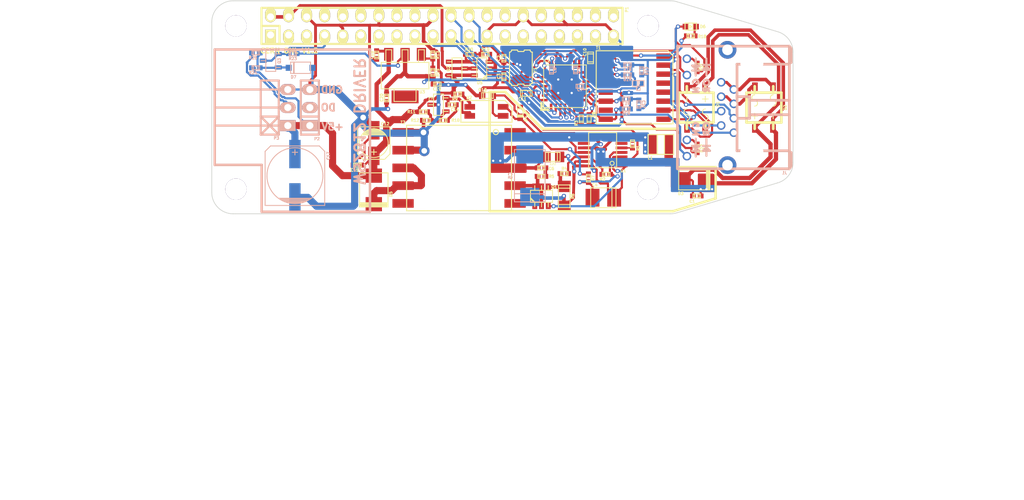
<source format=kicad_pcb>
(kicad_pcb (version 20221018) (generator pcbnew)
  (title_block (title "Raspberry Pi Hat Template") (date "2015-12-24") (rev "0.1") (company "OpenFet") (comment 1 "Author: Julien") (comment 2 "License: CERN OHL V1.2"))
  (layers (0 "F.Cu" signal) (31 "B.Cu" signal) (34 "B.Paste" user) (35 "F.Paste" user) (36 "B.SilkS" user "B.Silkscreen") (37 "F.SilkS" user "F.Silkscreen") (38 "B.Mask" user) (39 "F.Mask" user) (44 "Edge.Cuts" user))
  (net 0 "")
  (net 1 "GND")
  (net 2 "Net-(C1-Pad1)")
  (net 3 "Net-(C1-Pad2)")
  (net 4 "Net-(C2-Pad2)")
  (net 5 "Net-(C3-Pad2)")
  (net 6 "GNDPWR")
  (net 7 "/PVCC")
  (net 8 "Net-(C5-Pad1)")
  (net 9 "Net-(C6-Pad2)")
  (net 10 "+3V3")
  (net 11 "Net-(C11-Pad2)")
  (net 12 "+5V")
  (net 13 "Net-(C14-Pad1)")
  (net 14 "Net-(C14-Pad2)")
  (net 15 "/DATA_PAIR_2")
  (net 16 "/DATA_PAIR_1")
  (net 17 "/SPARE_PAIR_2")
  (net 18 "/SPARE_PAIR_1")
  (net 19 "/RUN")
  (net 20 "Net-(D4-Pad1)")
  (net 21 "Net-(D5-Pad2)")
  (net 22 "Net-(D6-Pad2)")
  (net 23 "/ENC_SO")
  (net 24 "/ENC_SI")
  (net 25 "/ENC_SCK")
  (net 26 "/ENC_CS")
  (net 27 "/TPIN-")
  (net 28 "/TPIN+")
  (net 29 "Net-(IC1-Pad10)")
  (net 30 "/TPOUT-")
  (net 31 "/TPOUT+")
  (net 32 "/ENC_WOL")
  (net 33 "/LEDB_CATH")
  (net 34 "/LEDA_CATH")
  (net 35 "Net-(IC1-Pad27)")
  (net 36 "/ENC_INT")
  (net 37 "Net-(IC1-Pad6)")
  (net 38 "Net-(J1-Pad3)")
  (net 39 "Net-(P1-Pad1)")
  (net 40 "/sheet56B34F8B/5V_MCU")
  (net 41 "Net-(P1-Pad8)")
  (net 42 "Net-(P1-Pad10)")
  (net 43 "Net-(P1-Pad11)")
  (net 44 "Net-(P1-Pad12)")
  (net 45 "Net-(P1-Pad13)")
  (net 46 "Net-(P1-Pad15)")
  (net 47 "Net-(P1-Pad16)")
  (net 48 "Net-(P1-Pad17)")
  (net 49 "Net-(P1-Pad18)")
  (net 50 "Net-(P1-Pad26)")
  (net 51 "Net-(P1-Pad29)")
  (net 52 "Net-(P1-Pad31)")
  (net 53 "Net-(P1-Pad32)")
  (net 54 "Net-(P1-Pad33)")
  (net 55 "Net-(P1-Pad35)")
  (net 56 "Net-(P1-Pad36)")
  (net 57 "Net-(P1-Pad37)")
  (net 58 "Net-(P1-Pad40)")
  (net 59 "Net-(Q1-Pad1)")
  (net 60 "Net-(Q1-Pad3)")
  (net 61 "Net-(Q1-Pad4)")
  (net 62 "Net-(Q2-Pad1)")
  (net 63 "Net-(R1-Pad1)")
  (net 64 "Net-(R4-Pad2)")
  (net 65 "Net-(R9-Pad2)")
  (net 66 "Net-(R10-Pad1)")
  (net 67 "Net-(R13-Pad1)")
  (net 68 "Net-(R19-Pad1)")
  (net 69 "Net-(T1-Pad7)")
  (net 70 "Net-(U1-Pad11)")
  (net 71 "Net-(J1-Pad12)")
  (net 72 "Net-(J1-Pad10)")
  (net 73 "Net-(J1-Pad1)")
  (net 74 "Net-(J1-Pad2)")
  (net 75 "Net-(J1-Pad4)")
  (net 76 "Net-(D7-Pad2)")
  (net 77 "Net-(P1-Pad3)")
  (net 78 "Net-(P1-Pad5)")
  (net 79 "/WS2812_DO")
  (net 80 "Net-(P2-Pad2)")
  (net 81 "Net-(P1-Pad27)")
  (net 82 "Net-(P1-Pad28)")
  (net 83 "Net-(C18-Pad2)")
  (net 84 "Net-(C21-Pad1)")
  (net 85 "Net-(C22-Pad1)")
  (footprint "w_pin_strip:pin_socket_20x2" (layer "F.Cu") (at 138.6 81.4)
    (fp_text reference "P1")
    (fp_text value "Raspberry_Pi_+_Conn" hide)
  )
  (footprint "w_smd_cap:c_0402" (layer "F.Cu") (at 174.45 105.35 180)
    (fp_text reference "C1")
    (fp_text value "0.1uf" hide)
  )
  (footprint "w_smd_cap:c_0402" (layer "F.Cu") (at 147.3 85.95136 -90)
    (fp_text reference "C2")
    (fp_text value "16pf" hide)
  )
  (footprint "w_smd_cap:c_0402" (layer "F.Cu") (at 147.3 88.55136 90)
    (fp_text reference "C3")
    (fp_text value "16pf" hide)
  )
  (footprint "w_smd_cap:c_tant_B" (layer "F.Cu") (at 161.3 105.6)
    (fp_text reference "C4")
    (fp_text value "220uf" hide)
  )
  (footprint "w_smd_cap:c_0402" (layer "F.Cu") (at 152.6 101.4 180)
    (fp_text reference "C6")
    (fp_text value "C" hide)
  )
  (footprint "w_smd_cap:c_0603" (layer "F.Cu") (at 159.5 85.9 90)
    (fp_text reference "C10")
    (fp_text value "0.1uf" hide)
  )
  (footprint "w_smd_cap:c_elec_4x4.5" (layer "F.Cu") (at 129 97.9 -90)
    (fp_text reference "C12")
    (fp_text value "CP" hide)
  )
  (footprint "w_smd_cap:c_0603" (layer "F.Cu") (at 145 91.2 180)
    (fp_text reference "C13")
    (fp_text value "2nf" hide)
  )
  (footprint "w_smd_cap:c_0402" (layer "F.Cu") (at 140 92.5 180)
    (fp_text reference "C14")
    (fp_text value "C" hide)
  )
  (footprint "w_smd_cap:c_0402" (layer "F.Cu") (at 126.7 101)
    (fp_text reference "C15")
    (fp_text value "C" hide)
  )
  (footprint "w_smd_cap:c_0402" (layer "F.Cu") (at 129.4 85.5 90)
    (fp_text reference "C16")
    (fp_text value "C" hide)
  )
  (footprint "w_smd_cap:c_0402" (layer "F.Cu") (at 137.95136 89.6 180)
    (fp_text reference "C19")
    (fp_text value "0.1uf" hide)
  )
  (footprint "w_smd_cap:c_0402" (layer "F.Cu") (at 130.8 91.55136 90)
    (fp_text reference "C20")
    (fp_text value "1uf" hide)
  )
  (footprint "w_smd_diode:MBS" (layer "F.Cu") (at 174.35 92.9 90)
    (fp_text reference "D1")
    (fp_text value "BRIDGE" hide)
  )
  (footprint "w_smd_diode:MBS" (layer "F.Cu") (at 183.9 92.9 -90)
    (fp_text reference "D2")
    (fp_text value "BRIDGE" hide)
  )
  (footprint "w_smd_diode:do214ac" (layer "F.Cu") (at 174.1 103.1)
    (fp_text reference "D3")
    (fp_text value "ZENER" hide)
  )
  (footprint "w_smd_diode:sod523" (layer "F.Cu") (at 149.6 93.6509 -90)
    (fp_text reference "D4")
    (fp_text value "BAS516" hide)
  )
  (footprint "w_smd_leds:Led_0603" (layer "F.Cu") (at 173.6 81.5)
    (fp_text reference "D6")
    (fp_text value "LED" hide)
  )
  (footprint "w_smd_qfn:qfn-28" (layer "F.Cu") (at 155.9 89.9)
    (fp_text reference "IC1")
    (fp_text value "ENC28J60-I/ML" hide)
  )
  (footprint "w_smd_inductors:inductor_smd_1008" (layer "F.Cu") (at 169.4 98.1 180)
    (fp_text reference "L1")
    (fp_text value "2.2uH" hide)
  )
  (footprint "w_smd_trans:sot23" (layer "F.Cu") (at 140.7 87.4 -90)
    (fp_text reference "Q2")
    (fp_text value "BSS138" hide)
  )
  (footprint "w_smd_resistors:r_0402" (layer "F.Cu") (at 165.4 98 -90)
    (fp_text reference "R1")
    (fp_text value "68.1" hide)
  )
  (footprint "w_smd_resistors:r_0402" (layer "F.Cu") (at 161.7 102.3 180)
    (fp_text reference "R2")
    (fp_text value "10k" hide)
  )
  (footprint "w_smd_resistors:r_0402" (layer "F.Cu") (at 158.2 94.5 -90)
    (fp_text reference "R3")
    (fp_text value "1k" hide)
  )
  (footprint "w_smd_resistors:r_0402" (layer "F.Cu") (at 155.8 102.2 180)
    (fp_text reference "R4")
    (fp_text value "R" hide)
  )
  (footprint "w_smd_resistors:r_0402" (layer "F.Cu") (at 152.6 102.6 180)
    (fp_text reference "R5")
    (fp_text value "R" hide)
  )
  (footprint "w_smd_resistors:r_1206" (layer "F.Cu") (at 155.8 105.403 90)
    (fp_text reference "R6")
    (fp_text value "0.05" hide)
  )
  (footprint "w_smd_resistors:r_0402" (layer "F.Cu") (at 159.2 102.85136 -90)
    (fp_text reference "R7")
    (fp_text value "R" hide)
  )
  (footprint "w_smd_resistors:r_0402" (layer "F.Cu") (at 159.3 94.5 -90)
    (fp_text reference "R8")
    (fp_text value "2.32k" hide)
  )
  (footprint "w_smd_resistors:r_0402" (layer "F.Cu") (at 140.8 91 180)
    (fp_text reference "R9")
    (fp_text value "R" hide)
  )
  (footprint "w_smd_resistors:r_0402" (layer "F.Cu") (at 138.74864 94.7 180)
    (fp_text reference "R10")
    (fp_text value "R" hide)
  )
  (footprint "w_smd_resistors:r_0402" (layer "F.Cu") (at 135.95136 93.5 180)
    (fp_text reference "R11")
    (fp_text value "R" hide)
  )
  (footprint "w_smd_resistors:r_0402" (layer "F.Cu") (at 136.44864 94.7)
    (fp_text reference "R12")
    (fp_text value "R" hide)
  )
  (footprint "w_smd_resistors:r_0402" (layer "F.Cu") (at 137.3 85.45136 -90)
    (fp_text reference "R13")
    (fp_text value "390" hide)
  )
  (footprint "w_smd_resistors:r_0402" (layer "F.Cu") (at 137.3 87.94864 -90)
    (fp_text reference "R15")
    (fp_text value "240" hide)
  )
  (footprint "w_smd_resistors:r_0402" (layer "F.Cu") (at 173.6 82.8)
    (fp_text reference "R18")
    (fp_text value "360" hide)
  )
  (footprint "w_smd_resistors:r_0402" (layer "F.Cu") (at 144.7 85.4)
    (fp_text reference "R19")
    (fp_text value "10k" hide)
  )
  (footprint "w_smd_resistors:r_0402" (layer "F.Cu") (at 142.5 85.4 180)
    (fp_text reference "R20")
    (fp_text value "47k" hide)
  )
  (footprint "project_foot:H2019" (layer "F.Cu") (at 165.7 90.1 -90)
    (fp_text reference "T1")
    (fp_text value "PULSE_H1197" hide)
  )
  (footprint "w_smd_trans:sot223" (layer "F.Cu") (at 133.4 88.4 180)
    (fp_text reference "U3")
    (fp_text value "LM1117IMPX-ADJ" hide)
  )
  (footprint "w_smd_trans:sot23-6" (layer "F.Cu") (at 144.2 87.4 90)
    (fp_text reference "U5")
    (fp_text value "DMMT5401" hide)
  )
  (footprint "w_crystal:crystal_smd_5x3.2mm" (layer "F.Cu") (at 149.7 87.3 -90)
    (fp_text reference "Y1")
    (fp_text value "25Mhz" hide)
  )
  (footprint "w_smd_resistors:r_0402" (layer "F.Cu") (at 174.5 87.24864 90)
    (fp_text reference "R21")
    (fp_text value "549" hide)
  )
  (footprint "w_smd_resistors:r_0402" (layer "F.Cu") (at 174.5 98.64864 90)
    (fp_text reference "R22")
    (fp_text value "549" hide)
  )
  (footprint "project_foot:OPTO_ISO" (layer "F.Cu") (at 144.85 93.435 -90)
    (fp_text reference "U2")
    (fp_text value "PAS291")
  )
  (footprint "w_smd_diode:do214aa" (layer "F.Cu") (at 129 104.5 -90)
    (fp_text reference "D5")
    (fp_text value "D_Schottky" hide)
  )
  (footprint "w_smd_trans:tsot-6" (layer "F.Cu") (at 152.6 105.4)
    (fp_text reference "Q1")
    (fp_text value "SI3440DV" hide)
  )
  (footprint "Mounting_Holes:MountingHole_3mm" (layer "F.Cu") (at 167.6 81.4)
    (fp_text reference "MT4" hide)
    (fp_text value "MountingHole_3mm" hide)
  )
  (footprint "Mounting_Holes:MountingHole_3mm" (layer "F.Cu") (at 167.6 104.4)
    (fp_text reference "MT1" hide)
    (fp_text value "MountingHole_3mm")
  )
  (footprint "Mounting_Holes:MountingHole_3mm" (layer "F.Cu") (at 109.6 81.4)
    (fp_text reference "MT3" hide)
    (fp_text value "MountingHole_3mm" hide)
  )
  (footprint "Mounting_Holes:MountingHole_3mm" (layer "F.Cu") (at 109.6 104.4)
    (fp_text reference "MT2" hide)
    (fp_text value "MountingHole_3mm")
  )
  (footprint "project_foot:PoE_TRANS" (layer "F.Cu") (at 141 101.4 90)
    (fp_text reference "T2")
    (fp_text value "TRANSFO")
  )
  (footprint "w_smd_trans:sot23" (layer "F.Cu") (at 138.1 92.5 90)
    (fp_text reference "T3")
    (fp_text value "VOLTAGE_REF" hide)
  )
  (footprint "w_smd_dil:ssop-16" (layer "F.Cu") (at 161.2 98.9 90)
    (fp_text reference "U1")
    (fp_text value "LTC4267" hide)
  )
  (footprint "w_smd_cap:c_0603" (layer "F.Cu") (at 150.45184 90.9 180)
    (fp_text reference "C11")
    (fp_text value "10uf" hide)
  )
  (footprint "w_smd_cap:c_0805" (layer "F.Cu") (at 154.2 99.85 180)
    (fp_text reference "C22")
    (fp_text value "1uf" hide)
  )
  (footprint "w_smd_cap:c_0402" (layer "B.Cu") (at 158 89.9)
    (fp_text reference "C7")
    (fp_text value "0.1uf" hide)
  )
  (footprint "w_smd_cap:c_0402" (layer "B.Cu") (at 154 87.65 90)
    (fp_text reference "C8")
    (fp_text value "0.1uf" hide)
  )
  (footprint "w_smd_cap:c_0402" (layer "B.Cu") (at 157.4 87.6 90)
    (fp_text reference "C9")
    (fp_text value "0.1uf" hide)
  )
  (footprint "w_conn_pc:rj45-tyco-2-406549-7" (layer "B.Cu") (at 179.60412 92.88984 -90)
    (fp_text reference "J1")
    (fp_text value "RJ45-LED" hide)
  )
  (footprint "w_smd_cap:c_elec_8x6.5" (layer "B.Cu") (at 117.9 102.5 90)
    (fp_text reference "C17")
    (fp_text value "CP" hide)
  )
  (footprint "w_smd_diode:sod123" (layer "B.Cu") (at 118.7 87.3 180)
    (fp_text reference "D7")
    (fp_text value "ZENER" hide)
  )
  (footprint "w_smd_resistors:r_0402" (layer "B.Cu") (at 117.6 85.3)
    (fp_text reference "R23")
    (fp_text value "14k" hide)
  )
  (footprint "w_smd_resistors:r_0402" (layer "B.Cu") (at 112.4 87.3 180)
    (fp_text reference "R24")
    (fp_text value "14k" hide)
  )
  (footprint "w_smd_resistors:r_0402" (layer "B.Cu") (at 112.4 85.2 180)
    (fp_text reference "R25")
    (fp_text value "100" hide)
  )
  (footprint "w_smd_trans:sot23" (layer "B.Cu") (at 114.5 86.3 -90)
    (fp_text reference "Q3")
    (fp_text value "BSS138" hide)
  )
  (footprint "w_pin_strip:pin_strip_3" (layer "B.Cu") (at 120 92.9 90)
    (fp_text reference "P2")
    (fp_text value "WS2812 Cn." hide)
  )
  (footprint "w_pin_strip:pin_strip_3-90" (layer "B.Cu") (at 116.9 92.9 90)
    (fp_text reference "P3")
    (fp_text value "WS2812 Cn." hide)
  )
  (footprint "w_smd_inductors:inductor_smd_0402" (layer "B.Cu") (at 166.22248 89.5)
    (fp_text reference "L2")
    (fp_text value "BEAD" hide)
  )
  (footprint "w_smd_resistors:r_0402" (layer "B.Cu") (at 164.7 86.9)
    (fp_text reference "R14")
    (fp_text value "49.9" hide)
  )
  (footprint "w_smd_resistors:r_0402" (layer "B.Cu") (at 164.7 88.3)
    (fp_text reference "R16")
    (fp_text value "49.9" hide)
  )
  (footprint "w_smd_resistors:r_0402" (layer "B.Cu") (at 164.5 91.7)
    (fp_text reference "R17")
    (fp_text value "49.9" hide)
  )
  (footprint "w_smd_resistors:r_0402" (layer "B.Cu") (at 164.5 93.1)
    (fp_text reference "R26")
    (fp_text value "49.9" hide)
  )
  (footprint "w_smd_cap:c_0402" (layer "B.Cu") (at 166.7 87.7 -90)
    (fp_text reference "C18")
    (fp_text value "0.1uf" hide)
  )
  (footprint "w_smd_cap:c_0402" (layer "B.Cu") (at 166.3 92.44864 90)
    (fp_text reference "C21")
    (fp_text value "0.1uf" hide)
  )
  (footprint "w_smd_cap:c_tant_D" (layer "B.Cu") (at 150.95 102.50026 -90)
    (fp_text reference "C5")
    (fp_text value "6.8uf" hide)
  )
  (gr_line (start 113.224 100.976) (end 106.62 100.976) (stroke (width 0.35)) (layer "B.SilkS"))
  (gr_line (start 128.464 107.58) (end 113.224 107.58) (stroke (width 0.35)) (layer "B.SilkS"))
  (gr_line (start 106.62 84.72) (end 128.464 84.72) (stroke (width 0.35)) (layer "B.SilkS"))
  (gr_line (start 106.62 100.976) (end 106.62 84.72) (stroke (width 0.35)) (layer "B.SilkS"))
  (gr_line (start 128.464 84.72) (end 128.464 107.58) (stroke (width 0.35)) (layer "B.SilkS"))
  (gr_line (start 113.224 107.58) (end 113.224 100.976) (stroke (width 0.35)) (layer "B.SilkS"))
  (gr_line (start 171.1 107.5) (end 145.3 107.5) (stroke (width 0.35)) (layer "F.SilkS"))
  (gr_line (start 152.7 95.9) (end 171.7 95.9) (stroke (width 0.35)) (layer "F.SilkS"))
  (gr_line (start 171.7 101.3) (end 177.1 101.3) (stroke (width 0.35)) (layer "F.SilkS"))
  (gr_line (start 171.7 95.9) (end 171.7 101.3) (stroke (width 0.35)) (layer "F.SilkS"))
  (gr_line (start 147.5 90.7) (end 152.7 95.9) (stroke (width 0.35)) (layer "F.SilkS"))
  (gr_line (start 145.3 90.7) (end 147.5 90.7) (stroke (width 0.35)) (layer "F.SilkS"))
  (gr_line (start 177.1 105.7) (end 171.1 107.5) (stroke (width 0.35)) (layer "F.SilkS"))
  (gr_line (start 177.1 101.3) (end 177.1 105.7) (stroke (width 0.35)) (layer "F.SilkS"))
  (gr_line (start 145.3 107.5) (end 145.3 90.7) (stroke (width 0.35)) (layer "F.SilkS"))
  (gr_line (start 171.618803 77.987454) (end 185.855761 82.224644) (stroke (width 0.1)) (layer "Edge.Cuts"))
  (gr_arc (start 106.2 80.86281) (mid 107.07868 78.74149) (end 109.2 77.86281) (stroke (width 0.1)) (layer "Edge.Cuts"))
  (gr_line (start 109.2 77.86281) (end 170.763042 77.86281) (stroke (width 0.1)) (layer "Edge.Cuts"))
  (gr_arc (start 188 100.62562) (mid 187.40492 102.419041) (end 185.855761 103.500976) (stroke (width 0.1)) (layer "Edge.Cuts"))
  (gr_arc (start 170.763042 77.86281) (mid 171.195437 77.894134) (end 171.618803 77.987454) (stroke (width 0.1)) (layer "Edge.Cuts"))
  (gr_line (start 188 100.62562) (end 188 85.1) (stroke (width 0.1)) (layer "Edge.Cuts"))
  (gr_arc (start 171.618803 107.738166) (mid 171.195437 107.831485) (end 170.763042 107.86281) (stroke (width 0.1)) (layer "Edge.Cuts"))
  (gr_arc (start 109.2 107.86281) (mid 107.07868 106.98413) (end 106.2 104.86281) (stroke (width 0.1)) (layer "Edge.Cuts"))
  (gr_line (start 171.618803 107.738166) (end 185.855761 103.500976) (stroke (width 0.1)) (layer "Edge.Cuts"))
  (gr_line (start 109.2 107.86281) (end 170.763042 107.86281) (stroke (width 0.1)) (layer "Edge.Cuts"))
  (gr_line (start 106.2 104.86281) (end 106.2 80.86281) (stroke (width 0.1)) (layer "Edge.Cuts"))
  (gr_arc (start 185.855761 82.224644) (mid 187.40492 83.306579) (end 188 85.1) (stroke (width 0.1)) (layer "Edge.Cuts"))
  (gr_text "WS2812 DRIVER" (at 126.94 94.88 270) (layer "B.SilkS") (effects (font (size 1.5 1.5) (thickness 0.3)) (justify mirror)))
  (gr_text "DO" (at 122.6 92.9) (layer "B.SilkS") (effects (font (size 1 1) (thickness 0.25)) (justify mirror)))
  (gr_text "+5V" (at 123.2 95.6) (layer "B.SilkS") (effects (font (size 1 1) (thickness 0.25)) (justify mirror)))
  (gr_text "GND\n" (at 123.1 90.4) (layer "B.SilkS") (effects (font (size 1 1) (thickness 0.25)) (justify mirror)))
  (gr_text "CERN OHL V1.2" (at 117.1 84.9) (layer "F.SilkS") (effects (font (size 0.7 0.7) (thickness 0.175))))
  (segment (start 146.5 85.2) (end 146.5 86) (width 0.4) (layer "F.Cu") (net 1))
  (segment (start 128.65075 86.04864) (end 128.4 85.79789) (width 0.4) (layer "F.Cu") (net 1))
  (segment (start 150.03 80.13) (end 150.03 80.17) (width 0.4) (layer "F.Cu") (net 1))
  (segment (start 137.3 84.85192) (end 136 83.55192) (width 0.5) (layer "F.Cu") (net 1))
  (segment (start 120.8 81.3) (end 124.2 81.3) (width 0.4) (layer "F.Cu") (net 1))
  (segment (start 129.4 86.04864) (end 128.65075 86.04864) (width 0.4) (layer "F.Cu") (net 1))
  (segment (start 144.95 82.67) (end 144.95 84.2) (width 0.4) (layer "F.Cu") (net 1))
  (segment (start 150.13 80.13) (end 151.23058 81.23058) (width 0.4) (layer "F.Cu") (net 1))
  (segment (start 124.2 81.3) (end 124.63 81.73) (width 0.4) (layer "F.Cu") (net 1))
  (segment (start 149.165347 86.889611) (end 149.165347 86.750012) (width 0.3) (layer "F.Cu") (net 1))
  (segment (start 173.05136 82.8) (end 173 82.8) (width 0.3) (layer "F.Cu") (net 1))
  (segment (start 137.04336 92.5) (end 138.1 92.5) (width 0.5) (layer "F.Cu") (net 1))
  (segment (start 144.95 84.2) (end 145.5 84.2) (width 0.4) (layer "F.Cu") (net 1))
  (segment (start 136 83.55192) (end 136 81.28058) (width 0.5) (layer "F.Cu") (net 1))
  (segment (start 156.18 81.2) (end 155.11 80.13) (width 0.4) (layer "F.Cu") (net 1))
  (segment (start 130.8 92.1) (end 130.8 92.9) (width 0.5) (layer "F.Cu") (net 1))
  (segment (start 146.5 86) (end 147 86.5) (width 0.4) (layer "F.Cu") (net 1))
  (segment (start 149.09995 90.7) (end 149.9 90.7) (width 0.4) (layer "F.Cu") (net 1))
  (segment (start 136 98.9) (end 136.1 99) (width 1) (layer "F.Cu") (net 1))
  (segment (start 156.60104 88.70112) (end 156.84996 88.95004) (width 0.3) (layer "F.Cu") (net 1))
  (segment (start 136 81.28058) (end 136.48058 81.28058) (width 0.5) (layer "F.Cu") (net 1))
  (segment (start 124.63 81.73) (end 124.63 82.67) (width 0.4) (layer "F.Cu") (net 1))
  (segment (start 149.6 86.9) (end 149.175736 86.9) (width 0.3) (layer "F.Cu") (net 1))
  (segment (start 149.9 90.7) (end 149.9 91.34925) (width 0.3) (layer "F.Cu") (net 1))
  (segment (start 148.741083 86.750012) (end 149.165347 86.750012) (width 0.3) (layer "F.Cu") (net 1))
  (segment (start 147.969998 90.1) (end 148.569998 90.7) (width 0.4) (layer "F.Cu") (net 1))
  (segment (start 147.94925 86.5) (end 148.199262 86.750012) (width 0.3) (layer "F.Cu") (net 1))
  (segment (start 149.175736 86.9) (end 149.165347 86.889611) (width 0.3) (layer "F.Cu") (net 1))
  (segment (start 159.5 87.90175) (end 159.45247 87.94928) (width 0.3) (layer "F.Cu") (net 1))
  (segment (start 138.1 85.2) (end 137.80272 84.90272) (width 0.4) (layer "F.Cu") (net 1))
  (segment (start 147.050051 88.349949) (end 146.670749 88.349949) (width 0.4) (layer "F.Cu") (net 1))
  (segment (start 120 89.198) (end 120.8 88.398) (width 0.4) (layer "F.Cu") (net 1))
  (segment (start 130.8 92.9) (end 131 93.1) (width 0.5) (layer "F.Cu") (net 1))
  (segment (start 145.8 90.1) (end 144.44778 90.1) (width 0.4) (layer "F.Cu") (net 1))
  (segment (start 173 82.8) (end 172.3 83.5) (width 0.3) (layer "F.Cu") (net 1))
  (segment (start 160.061373 94.936517) (end 160.061373 94.74998) (width 0.3) (layer "F.Cu") (net 1))
  (segment (start 126.50211 100) (end 127.1 100) (width 0.3) (layer "F.Cu") (net 1))
  (segment (start 119.63 80.13) (end 120.8 81.3) (width 0.4) (layer "F.Cu") (net 1))
  (segment (start 127.7 97.89952) (end 129 96.59952) (width 0.3) (layer "F.Cu") (net 1))
  (segment (start 145.5 84.2) (end 146.5 85.2) (width 0.4) (layer "F.Cu") (net 1))
  (segment (start 150.03 80.13) (end 150.13 80.13) (width 0.4) (layer "F.Cu") (net 1))
  (segment (start 145.86942 81.23058) (end 144.95 82.15) (width 0.4) (layer "F.Cu") (net 1))
  (segment (start 161.63058 81.23058) (end 156.21058 81.23058) (width 0.4) (layer "F.Cu") (net 1))
  (segment (start 137.80272 84.90272) (end 137.3 84.90272) (width 0.4) (layer "F.Cu") (net 1))
  (segment (start 138.5 88.065758) (end 138.1 87.665758) (width 0.4) (layer "F.Cu") (net 1))
  (segment (start 147.3 88.1) (end 147.050051 88.349949) (width 0.4) (layer "F.Cu") (net 1))
  (segment (start 128.4 81.4) (end 128.5 81.3) (width 0.4) (layer "F.Cu") (net 1))
  (segment (start 144.15136 85.4) (end 144.15136 84.65075) (width 0.4) (layer "F.Cu") (net 1))
  (segment (start 143.4 91.2) (end 141.9 89.7) (width 0.5) (layer "F.Cu") (net 1))
  (segment (start 136 96.4) (end 136 94.8) (width 0.5) (layer "F.Cu") (net 1))
  (segment (start 147.3 86.5) (end 147.94925 86.5) (width 0.3) (layer "F.Cu") (net 1))
  (segment (start 150.03 80.17) (end 148.96942 81.23058) (width 0.4) (layer "F.Cu") (net 1))
  (segment (start 133.12 98.9) (end 136 98.9) (width 1) (layer "F.Cu") (net 1))
  (segment (start 148.199262 86.750012) (end 148.741083 86.750012) (width 0.3) (layer "F.Cu") (net 1))
  (segment (start 144.24816 91.2) (end 143.4 91.2) (width 0.5) (layer "F.Cu") (net 1))
  (segment (start 144.15136 84.65075) (end 144.60211 84.2) (width 0.4) (layer "F.Cu") (net 1))
  (segment (start 146.670749 88.349949) (end 146.4 88.620698) (width 0.4) (layer "F.Cu") (net 1))
  (segment (start 147 86.5) (end 147.3 86.5) (width 0.4) (layer "F.Cu") (net 1))
  (segment (start 138.6 89.7) (end 138.5 89.6) (width 0.5) (layer "F.Cu") (net 1))
  (segment (start 159.5 86.65184) (end 159.5 87.90175) (width 0.3) (layer "F.Cu") (net 1))
  (segment (start 137.33 80.43116) (end 137.33 80.13) (width 0.5) (layer "F.Cu") (net 1))
  (segment (start 144.15136 85.4) (end 143.04864 85.4) (width 0.3) (layer "F.Cu") (net 1))
  (segment (start 146.4 88.620698) (end 146.4 89.5) (width 0.4) (layer "F.Cu") (net 1))
  (segment (start 162.73 82.67) (end 162.73 82.33) (width 0.4) (layer "F.Cu") (net 1))
  (segment (start 156.60104 87.04758) (end 156.60104 88.70112) (width 0.3) (layer "F.Cu") (net 1))
  (segment (start 126.15136 100.35075) (end 126.50211 100) (width 0.3) (layer "F.Cu") (net 1))
  (segment (start 129.80058 81.28058) (end 136 81.28058) (width 0.5) (layer "F.Cu") (net 1))
  (segment (start 144.44778 90.1) (end 144.24816 90.29962) (width 0.4) (layer "F.Cu") (net 1))
  (segment (start 126.15136 101) (end 126.15136 100.35075) (width 0.3) (layer "F.Cu") (net 1))
  (segment (start 157.85072 87.94928) (end 156.84996 88.95004) (width 0.3) (layer "F.Cu") (net 1))
  (segment (start 129 96.59952) (end 129 96.09914) (width 0.3) (layer "F.Cu") (net 1))
  (segment (start 129 96.09914) (end 129 95.8) (width 1) (layer "F.Cu") (net 1))
  (segment (start 127.1 100) (end 127.7 99.4) (width 0.3) (layer "F.Cu") (net 1))
  (segment (start 129.71 81.19) (end 129.80058 81.28058) (width 0.5) (layer "F.Cu") (net 1))
  (segment (start 144.24816 90.29962) (end 144.24816 91.2) (width 0.4) (layer "F.Cu") (net 1))
  (segment (start 144.95 82.15) (end 144.95 82.67) (width 0.4) (layer "F.Cu") (net 1))
  (segment (start 159.3 95.04864) (end 159.94925 95.04864) (width 0.3) (layer "F.Cu") (net 1))
  (segment (start 153.05012 90.55024) (end 154.65032 90.55024) (width 0.3) (layer "F.Cu") (net 1))
  (segment (start 139.5 89.7) (end 138.6 89.7) (width 0.5) (layer "F.Cu") (net 1))
  (segment (start 146.4 89.5) (end 145.8 90.1) (width 0.4) (layer "F.Cu") (net 1))
  (segment (start 154.65032 90.55024) (end 154.95004 90.84996) (width 0.3) (layer "F.Cu") (net 1))
  (segment (start 159.45247 87.94928) (end 158.75242 87.94928) (width 0.3) (layer "F.Cu") (net 1))
  (segment (start 148.96942 81.23058) (end 145.86942 81.23058) (width 0.4) (layer "F.Cu") (net 1))
  (segment (start 148.569998 90.7) (end 149.09995 90.7) (width 0.4) (layer "F.Cu") (net 1))
  (segment (start 155.9 87.04758) (end 155.9 88.00008) (width 0.3) (layer "F.Cu") (net 1))
  (segment (start 136 96.4) (end 133.12 96.4) (width 1) (layer "F.Cu") (net 1))
  (segment (start 145.8 90.1) (end 147.969998 90.1) (width 0.4) (layer "F.Cu") (net 1))
  (segment (start 159.94925 95.04864) (end 160.061373 94.936517) (width 0.3) (layer "F.Cu") (net 1))
  (segment (start 128.4 85.79789) (end 128.4 81.4) (width 0.4) (layer "F.Cu") (net 1))
  (segment (start 158.75242 87.94928) (end 157.85072 87.94928) (width 0.3) (layer "F.Cu") (net 1))
  (segment (start 157.85072 91.85072) (end 156.84996 90.84996) (width 0.3) (layer "F.Cu") (net 1))
  (segment (start 119.55 80.13) (end 119.63 80.13) (width 0.4) (layer "F.Cu") (net 1))
  (segment (start 147.3 86.5) (end 147.3 88.00272) (width 0.3) (layer "F.Cu") (net 1))
  (segment (start 128.5 81.3) (end 129.6 81.3) (width 0.4) (layer "F.Cu") (net 1))
  (segment (start 157.85072 92.74988) (end 157.85072 91.85072) (width 0.3) (layer "F.Cu") (net 1))
  (segment (start 151.23058 81.23058) (end 156.14942 81.23058) (width 0.4) (layer "F.Cu") (net 1))
  (segment (start 155.9 88.00008) (end 154.95004 88.95004) (width 0.3) (layer "F.Cu") (net 1))
  (segment (start 136 94.8) (end 135.9 94.7) (width 0.5) (layer "F.Cu") (net 1))
  (segment (start 120.8 88.398) (end 120.8 81.3) (width 0.4) (layer "F.Cu") (net 1))
  (segment (start 129.71 81.19) (end 129.71 80.13) (width 0.4) (layer "F.Cu") (net 1))
  (segment (start 150.772843 92.222093) (end 150.850933 92.222093) (width 0.3) (layer "F.Cu") (net 1))
  (segment (start 129 95.8) (end 127.5 94.3) (width 1) (layer "F.Cu") (net 1))
  (segment (start 124.2 81.3) (end 128.5 81.3) (width 0.4) (layer "F.Cu") (net 1))
  (segment (start 162.73 82.33) (end 161.63058 81.23058) (width 0.4) (layer "F.Cu") (net 1))
  (segment (start 138.5 89.6) (end 138.5 88.065758) (width 0.4) (layer "F.Cu") (net 1))
  (segment (start 147.3 88.00272) (end 147.3 88.1) (width 0.4) (layer "F.Cu") (net 1))
  (segment (start 136.48058 81.28058) (end 137.33 80.43116) (width 0.5) (layer "F.Cu") (net 1))
  (segment (start 129.6 81.3) (end 129.71 81.19) (width 0.4) (layer "F.Cu") (net 1))
  (segment (start 127.7 99.4) (end 127.7 97.89952) (width 0.3) (layer "F.Cu") (net 1))
  (segment (start 156.21058 81.23058) (end 156.18 81.2) (width 0.4) (layer "F.Cu") (net 1))
  (segment (start 138.1 87.665758) (end 138.1 85.2) (width 0.4) (layer "F.Cu") (net 1))
  (segment (start 120 90.36) (end 120 89.198) (width 0.4) (layer "F.Cu") (net 1))
  (segment (start 137.3 84.90272) (end 137.3 84.85192) (width 0.5) (layer "F.Cu") (net 1))
  (segment (start 149.9 91.34925) (end 150.772843 92.222093) (width 0.3) (layer "F.Cu") (net 1))
  (segment (start 156.14942 81.23058) (end 156.18 81.2) (width 0.4) (layer "F.Cu") (net 1))
  (segment (start 144.60211 84.2) (end 144.95 84.2) (width 0.4) (layer "F.Cu") (net 1))
  (via (at 164.9 90.8) (size 0.6) (drill 0.32) (layers "F.Cu" "B.Cu") (net 1))
  (via (at 138.1 92.5) (size 0.6) (drill 0.32) (layers "F.Cu" "B.Cu") (net 1))
  (via (at 136 96.4) (size 1.5) (drill 0.8) (layers "F.Cu" "B.Cu") (net 1))
  (via (at 131 93.1) (size 0.6) (drill 0.32) (layers "F.Cu" "B.Cu") (net 1))
  (via (at 154.95004 90.84996) (size 0.6) (drill 0.32) (layers "F.Cu" "B.Cu") (net 1))
  (via (at 141.9 89.7) (size 0.6) (drill 0.32) (layers "F.Cu" "B.Cu") (net 1))
  (via (at 156.84996 88.95004) (size 0.6) (drill 0.32) (layers "F.Cu" "B.Cu") (net 1))
  (via (at 156.84996 90.84996) (size 0.6) (drill 0.32) (layers "F.Cu" "B.Cu") (net 1))
  (via (at 172.3 83.5) (size 0.6) (drill 0.32) (layers "F.Cu" "B.Cu") (net 1))
  (via (at 150.850933 92.222093) (size 0.6) (drill 0.32) (layers "F.Cu" "B.Cu") (net 1))
  (via (at 149.165347 86.750012) (size 0.6) (drill 0.32) (layers "F.Cu" "B.Cu") (net 1))
  (via (at 139.5 89.7) (size 0.6) (drill 0.32) (layers "F.Cu" "B.Cu") (net 1))
  (via (at 136.1 99) (size 1.5) (drill 0.8) (layers "F.Cu" "B.Cu") (net 1))
  (via (at 127.5 94.3) (size 1.5) (drill 0.8) (layers "F.Cu" "B.Cu") (net 1))
  (via (at 149.6 86.9) (size 0.6) (drill 0.32) (layers "F.Cu" "B.Cu") (net 1))
  (via (at 160.061373 94.74998) (size 0.6) (drill 0.32) (layers "F.Cu" "B.Cu") (net 1))
  (via (at 154.95004 88.95004) (size 0.6) (drill 0.32) (layers "F.Cu" "B.Cu") (net 1))
  (segment (start 120.94956 106.8) (end 126.1 106.8) (width 1) (layer "B.Cu") (net 1))
  (segment (start 131 93.1) (end 128.7 93.1) (width 0.5) (layer "B.Cu") (net 1))
  (segment (start 165 90.9) (end 164.9 90.8) (width 0.3) (layer "B.Cu") (net 1))
  (segment (start 153.528829 94.899989) (end 151.150932 92.522092) (width 0.3) (layer "B.Cu") (net 1))
  (segment (start 167.55 88.04789) (end 167.55 86.25) (width 0.3) (layer "B.Cu") (net 1))
  (segment (start 151.150932 92.522092) (end 150.850933 92.222093) (width 0.3) (layer "B.Cu") (net 1))
  (segment (start 167.55 90.9) (end 167.55 88.04789) (width 0.3) (layer "B.Cu") (net 1))
  (segment (start 167.34925 88.24864) (end 167.55 88.04789) (width 0.3) (layer "B.Cu") (net 1))
  (segment (start 160.061373 94.74998) (end 159.637109 94.74998) (width 0.3) (layer "B.Cu") (net 1))
  (segment (start 127.5 94.3) (end 123.56 90.36) (width 1) (layer "B.Cu") (net 1))
  (segment (start 167.55 86.25) (end 167.5 86.2) (width 0.3) (layer "B.Cu") (net 1))
  (segment (start 126.3 95.5) (end 127.5 94.3) (width 1) (layer "B.Cu") (net 1))
  (segment (start 141.9 89.7) (end 139.5 89.7) (width 0.5) (layer "B.Cu") (net 1))
  (segment (start 163.7 83.64) (end 162.73 82.67) (width 0.3) (layer "B.Cu") (net 1))
  (segment (start 123.56 90.36) (end 120 90.36) (width 1) (layer "B.Cu") (net 1))
  (segment (start 126.3 106.6) (end 126.3 95.5) (width 1) (layer "B.Cu") (net 1))
  (segment (start 159.637109 94.74998) (end 159.4871 94.899989) (width 0.3) (layer "B.Cu") (net 1))
  (segment (start 138.1 94.3) (end 138.1 92.5) (width 0.5) (layer "B.Cu") (net 1))
  (segment (start 165.1 86.2) (end 163.7 84.8) (width 0.3) (layer "B.Cu") (net 1))
  (segment (start 138.1 89.9) (end 138.3 89.7) (width 0.5) (layer "B.Cu") (net 1))
  (segment (start 167.55 90.9) (end 165 90.9) (width 0.3) (layer "B.Cu") (net 1))
  (segment (start 136.1 96.5) (end 136 96.4) (width 1) (layer "B.Cu") (net 1))
  (segment (start 166.3 92.99728) (end 166.94925 92.99728) (width 0.3) (layer "B.Cu") (net 1))
  (segment (start 116.9 90.36) (end 118.29982 90.36) (width 0.3) (layer "B.Cu") (net 1))
  (segment (start 127.5 94.3) (end 127.5 95.36066) (width 1) (layer "B.Cu") (net 1))
  (segment (start 135.9 96.5) (end 136 96.4) (width 1) (layer "B.Cu") (net 1))
  (segment (start 120.37386 87.3) (end 120.37386 89.98614) (width 0.3) (layer "B.Cu") (net 1))
  (segment (start 138.3 89.7) (end 139.5 89.7) (width 0.5) (layer "B.Cu") (net 1))
  (segment (start 136 96.4) (end 138.1 94.3) (width 0.5) (layer "B.Cu") (net 1))
  (segment (start 117.9 105.55054) (end 119.7001 105.55054) (width 1) (layer "B.Cu") (net 1))
  (segment (start 166.7 88.24864) (end 167.34925 88.24864) (width 0.3) (layer "B.Cu") (net 1))
  (segment (start 170.589275 86.2) (end 167.5 86.2) (width 0.3) (layer "B.Cu") (net 1))
  (segment (start 119.7001 105.55054) (end 120.94956 106.8) (width 1) (layer "B.Cu") (net 1))
  (segment (start 163.7 84.8) (end 163.7 83.64) (width 0.3) (layer "B.Cu") (net 1))
  (segment (start 166.94925 92.99728) (end 167.55 92.39653) (width 0.3) (layer "B.Cu") (net 1))
  (segment (start 138.1 92.5) (end 138.1 89.9) (width 0.5) (layer "B.Cu") (net 1))
  (segment (start 127.5 95.36066) (end 128.63934 96.5) (width 1) (layer "B.Cu") (net 1))
  (segment (start 172.3 83.5) (end 172.3 84.489275) (width 0.3) (layer "B.Cu") (net 1))
  (segment (start 136.1 99) (end 136.1 96.5) (width 1) (layer "B.Cu") (net 1))
  (segment (start 167.55 92.39653) (end 167.55 90.9) (width 0.3) (layer "B.Cu") (net 1))
  (segment (start 120.37386 89.98614) (end 120 90.36) (width 0.3) (layer "B.Cu") (net 1))
  (segment (start 172.3 84.489275) (end 170.589275 86.2) (width 0.3) (layer "B.Cu") (net 1))
  (segment (start 128.7 93.1) (end 127.5 94.3) (width 0.5) (layer "B.Cu") (net 1))
  (segment (start 159.4871 94.899989) (end 153.528829 94.899989) (width 0.3) (layer "B.Cu") (net 1))
  (segment (start 118.29982 90.36) (end 120 90.36) (width 0.3) (layer "B.Cu") (net 1))
  (segment (start 126.1 106.8) (end 126.3 106.6) (width 1) (layer "B.Cu") (net 1))
  (segment (start 128.63934 96.5) (end 135.9 96.5) (width 1) (layer "B.Cu") (net 1))
  (segment (start 167.5 86.2) (end 165.1 86.2) (width 0.3) (layer "B.Cu") (net 1))
  (segment (start 175.62 89.75167) (end 175.62 89.95106) (width 0.5) (layer "F.Cu") (net 2))
  (segment (start 176.700022 83.499978) (end 176.700022 88.671648) (width 0.5) (layer "F.Cu") (net 2))
  (segment (start 177.549989 82.650011) (end 176.700022 83.499978) (width 0.5) (layer "F.Cu") (net 2))
  (segment (start 185.970051 92.309499) (end 185.970051 86.889305) (width 0.5) (layer "F.Cu") (net 2))
  (segment (start 182.63 95.84894) (end 184.830204 98.049144) (width 0.6) (layer "F.Cu") (net 2))
  (segment (start 182.63 95.64955) (end 185.970051 92.309499) (width 0.5) (layer "F.Cu") (net 2))
  (segment (start 172.57092 103.1) (end 172.37026 103.1) (width 0.6) (layer "F.Cu") (net 2))
  (segment (start 176.92132 101.65037) (end 174.02055 101.65037) (width 0.6) (layer "F.Cu") (net 2))
  (segment (start 173.90136 104.70075) (end 173.90136 105.35) (width 0.3) (layer "F.Cu") (net 2))
  (segment (start 185.970051 86.889305) (end 181.730757 82.650011) (width 0.5) (layer "F.Cu") (net 2))
  (segment (start 182.63 95.84894) (end 182.63 95.64955) (width 0.5) (layer "F.Cu") (net 2))
  (segment (start 173.90136 103.28081) (end 173.90136 104.70075) (width 0.3) (layer "F.Cu") (net 2))
  (segment (start 172.37026 103.1) (end 173.72055 103.1) (width 0.3) (layer "F.Cu") (net 2))
  (segment (start 178.085496 102.814546) (end 176.92132 101.65037) (width 0.6) (layer "F.Cu") (net 2))
  (segment (start 176.700022 88.671648) (end 175.62 89.75167) (width 0.5) (layer "F.Cu") (net 2))
  (segment (start 181.730757 82.650011) (end 177.549989 82.650011) (width 0.5) (layer "F.Cu") (net 2))
  (segment (start 173.72055 103.1) (end 173.90136 103.28081) (width 0.3) (layer "F.Cu") (net 2))
  (segment (start 181.892244 102.814546) (end 178.085496 102.814546) (width 0.6) (layer "F.Cu") (net 2))
  (segment (start 174.02055 101.65037) (end 172.57092 103.1) (width 0.6) (layer "F.Cu") (net 2))
  (segment (start 184.830204 99.876586) (end 181.892244 102.814546) (width 0.6) (layer "F.Cu") (net 2))
  (segment (start 184.830204 98.049144) (end 184.830204 99.876586) (width 0.6) (layer "F.Cu") (net 2))
  (segment (start 175.82974 103.57026) (end 175 104.4) (width 0.5) (layer "F.Cu") (net 3))
  (segment (start 175 104.4) (end 175 105.34864) (width 0.3) (layer "F.Cu") (net 3))
  (segment (start 160.608386 98.742745) (end 161.311255 98.742745) (width 0.4) (layer "F.Cu") (net 3))
  (segment (start 165.26114 97.3125) (end 165.4 97.45136) (width 0.4) (layer "F.Cu") (net 3))
  (segment (start 160.510245 98.692745) (end 160.4 98.5825) (width 0.3) (layer "F.Cu") (net 3))
  (segment (start 185.17 94.43) (end 185.17 94.74696) (width 0.5) (layer "F.Cu") (net 3))
  (segment (start 185.59308 96.46887) (end 185.17 96.04579) (width 0.6) (layer "F.Cu") (net 3))
  (segment (start 161.311255 98.742745) (end 161.4715 98.5825) (width 0.4) (layer "F.Cu") (net 3))
  (segment (start 162.6415 97.3125) (end 163.867 97.3125) (width 0.4) (layer "F.Cu") (net 3))
  (segment (start 182.202907 103.564557) (end 185.59308 100.174384) (width 0.6) (layer "F.Cu") (net 3))
  (segment (start 175.82974 103.1) (end 175.82974 103.57026) (width 0.5) (layer "F.Cu") (net 3))
  (segment (start 176.0304 103.1) (end 176.494957 103.564557) (width 0.6) (layer "F.Cu") (net 3))
  (segment (start 176.494957 103.564557) (end 182.202907 103.564557) (width 0.6) (layer "F.Cu") (net 3))
  (segment (start 161.599999 98.800001) (end 161.3 99.1) (width 0.4) (layer "F.Cu") (net 3))
  (segment (start 186.620062 92.979938) (end 185.17 94.43) (width 0.5) (layer "F.Cu") (net 3))
  (segment (start 161.599999 98.710999) (end 161.599999 98.800001) (width 0.4) (layer "F.Cu") (net 3))
  (segment (start 177 82) (end 182 82) (width 0.5) (layer "F.Cu") (net 3))
  (segment (start 160.448141 98.5825) (end 160.608386 98.742745) (width 0.4) (layer "F.Cu") (net 3))
  (segment (start 163.867 97.3125) (end 165.26114 97.3125) (width 0.4) (layer "F.Cu") (net 3))
  (segment (start 160.300001 98.682499) (end 160.300001 98.800001) (width 0.4) (layer "F.Cu") (net 3))
  (segment (start 173.98005 89.9536) (end 176.050011 87.883639) (width 0.5) (layer "F.Cu") (net 3))
  (segment (start 182 82) (end 186.620062 86.620062) (width 0.5) (layer "F.Cu") (net 3))
  (segment (start 159.6585 98.5825) (end 158.533 98.5825) (width 0.3) (layer "F.Cu") (net 3))
  (segment (start 175.8 104.4) (end 176.6 104.4) (width 0.5) (layer "F.Cu") (net 3))
  (segment (start 185.17 94.74696) (end 185.17 95.8464) (width 0.5) (layer "F.Cu") (net 3))
  (segment (start 161.4715 98.5825) (end 161.4715 98.4825) (width 0.4) (layer "F.Cu") (net 3))
  (segment (start 161.4715 98.5825) (end 161.599999 98.710999) (width 0.4) (layer "F.Cu") (net 3))
  (segment (start 173.08 89.9536) (end 173.98005 89.9536) (width 0.5) (layer "F.Cu") (net 3))
  (segment (start 176.050011 87.883639) (end 176.050011 82.949989) (width 0.5) (layer "F.Cu") (net 3))
  (segment (start 175.82974 103.1) (end 176.0304 103.1) (width 0.6) (layer "F.Cu") (net 3))
  (segment (start 158.533 98.5825) (end 160.448141 98.5825) (width 0.4) (layer "F.Cu") (net 3))
  (segment (start 176.050011 82.949989) (end 177 82) (width 0.5) (layer "F.Cu") (net 3))
  (segment (start 185.17 96.04579) (end 185.17 95.8464) (width 0.6) (layer "F.Cu") (net 3))
  (segment (start 185.59308 100.174384) (end 185.59308 96.46887) (width 0.6) (layer "F.Cu") (net 3))
  (segment (start 161.4715 98.4825) (end 162.6415 97.3125) (width 0.4) (layer "F.Cu") (net 3))
  (segment (start 161.4715 98.5825) (end 161.361255 98.692745) (width 0.3) (layer "F.Cu") (net 3))
  (segment (start 161.361255 98.692745) (end 160.510245 98.692745) (width 0.3) (layer "F.Cu") (net 3))
  (segment (start 175 105.34864) (end 174.99864 105.35) (width 0.3) (layer "F.Cu") (net 3))
  (segment (start 160.4 98.5825) (end 159.6585 98.5825) (width 0.3) (layer "F.Cu") (net 3))
  (segment (start 160.4 98.5825) (end 160.300001 98.682499) (width 0.4) (layer "F.Cu") (net 3))
  (segment (start 160.300001 98.800001) (end 160.6 99.1) (width 0.4) (layer "F.Cu") (net 3))
  (segment (start 186.620062 86.620062) (end 186.620062 92.979938) (width 0.5) (layer "F.Cu") (net 3))
  (via (at 176.6 104.4) (size 0.6) (drill 0.32) (layers "F.Cu" "B.Cu") (net 3))
  (via (at 175 104.4) (size 0.6) (drill 0.32) (layers "F.Cu" "B.Cu") (net 3))
  (via (at 175.8 104.4) (size 0.6) (drill 0.32) (layers "F.Cu" "B.Cu") (net 3))
  (via (at 161.3 99.1) (size 0.6) (drill 0.32) (layers "F.Cu" "B.Cu") (net 3))
  (via (at 160.6 99.1) (size 0.6) (drill 0.32) (layers "F.Cu" "B.Cu") (net 3))
  (segment (start 175 104.4) (end 175.8 104.4) (width 0.5) (layer "B.Cu") (net 3))
  (segment (start 147.3 85.40272) (end 149.65272 85.40272) (width 0.3) (layer "F.Cu") (net 4))
  (segment (start 150.581917 84.918083) (end 154.542496 84.918083) (width 0.3) (layer "F.Cu") (net 4))
  (segment (start 155.30056 86.34753) (end 155.30056 87.04758) (width 0.3) (layer "F.Cu") (net 4))
  (segment (start 149.7 85.45) (end 150.05 85.45) (width 0.3) (layer "F.Cu") (net 4))
  (segment (start 155.30056 85.676147) (end 155.30056 86.34753) (width 0.3) (layer "F.Cu") (net 4))
  (segment (start 150.05 85.45) (end 150.581917 84.918083) (width 0.3) (layer "F.Cu") (net 4))
  (segment (start 149.65272 85.40272) (end 149.7 85.45) (width 0.3) (layer "F.Cu") (net 4))
  (segment (start 154.542496 84.918083) (end 155.30056 85.676147) (width 0.3) (layer "F.Cu") (net 4))
  (segment (start 152.300001 85.399999) (end 149.7 88) (width 0.3) (layer "F.Cu") (net 5))
  (segment (start 154.700001 86.297849) (end 154.700001 85.711999) (width 0.3) (layer "F.Cu") (net 5))
  (segment (start 154.65032 86.34753) (end 154.700001 86.297849) (width 0.3) (layer "F.Cu") (net 5))
  (segment (start 154.65032 87.04758) (end 154.65032 86.34753) (width 0.3) (layer "F.Cu") (net 5))
  (segment (start 154.388001 85.399999) (end 152.300001 85.399999) (width 0.3) (layer "F.Cu") (net 5))
  (segment (start 154.700001 85.711999) (end 154.388001 85.399999) (width 0.3) (layer "F.Cu") (net 5))
  (segment (start 147.3 89.1) (end 149.65 89.1) (width 0.3) (layer "F.Cu") (net 5))
  (segment (start 149.7 88) (end 149.7 89.15) (width 0.3) (layer "F.Cu") (net 5))
  (segment (start 149.65 89.1) (end 149.7 89.15) (width 0.3) (layer "F.Cu") (net 5))
  (segment (start 157.3 101.015) (end 157.3 101.115) (width 0.4) (layer "F.Cu") (net 6))
  (segment (start 157.3075 101.1225) (end 158.533 101.1225) (width 0.4) (layer "F.Cu") (net 6))
  (segment (start 164.4893 101.1225) (end 163.9066 101.7052) (width 0.3) (layer "F.Cu") (net 6))
  (segment (start 157.198692 101.9) (end 157.1 101.215) (width 0.4) (layer "F.Cu") (net 6))
  (segment (start 159.8225 101.1225) (end 159.8225 101.6225) (width 0.4) (layer "F.Cu") (net 6))
  (segment (start 157.3125 97.3125) (end 158.533 97.3125) (width 0.3) (layer "F.Cu") (net 6))
  (segment (start 145.75184 92.00038) (end 145.75184 91.2) (width 0.3) (layer "F.Cu") (net 6))
  (segment (start 150.240051 93.902079) (end 150.300051 93.962079) (width 0.3) (layer "F.Cu") (net 6))
  (segment (start 155.9016 106.8) (end 157.1 105.6016) (width 0.4) (layer "F.Cu") (net 6))
  (segment (start 155.8 106.8) (end 155.9016 106.8) (width 0.4) (layer "F.Cu") (net 6))
  (segment (start 159.8225 101.6225) (end 160 101.8) (width 0.4) (layer "F.Cu") (net 6))
  (segment (start 158.533 96.6775) (end 157.4075 96.6775) (width 0.3) (layer "F.Cu") (net 6))
  (segment (start 155.1525 99.85) (end 156.25 99.85) (width 0.3) (layer "F.Cu") (net 6))
  (segment (start 157.1 105.6016) (end 157.1 105.1) (width 0.4) (layer "F.Cu") (net 6))
  (segment (start 147.2 94.07) (end 146.15 94.07) (width 0.3) (layer "F.Cu") (net 6))
  (segment (start 160.638044 97.766262) (end 160.938043 98.066261) (width 0.4) (layer "F.Cu") (net 6))
  (segment (start 163.867 101.1225) (end 164.4893 101.1225) (width 0.3) (layer "F.Cu") (net 6))
  (segment (start 161.95136 104.72736) (end 161.95136 103.6) (width 0.3) (layer "F.Cu") (net 6))
  (segment (start 157.3 101.115) (end 157.3075 101.1225) (width 0.4) (layer "F.Cu") (net 6))
  (segment (start 158.533 100.4875) (end 157.4075 100.4875) (width 0.3) (layer "F.Cu") (net 6))
  (segment (start 148.8 92.6) (end 148.8 93.239772) (width 0.3) (layer "F.Cu") (net 6))
  (segment (start 157.1 105.1) (end 157.198692 101.9) (width 0.4) (layer "F.Cu") (net 6))
  (segment (start 145.75184 93.67184) (end 145.75184 92.00038) (width 0.3) (layer "F.Cu") (net 6))
  (segment (start 160.184282 97.3125) (end 160.638044 97.766262) (width 0.4) (layer "F.Cu") (net 6))
  (segment (start 157.3 96.785) (end 157.3 97.3) (width 0.3) (layer "F.Cu") (net 6))
  (segment (start 162.824 105.242642) (end 162.824 105.6) (width 0.3) (layer "F.Cu") (net 6))
  (segment (start 157.1 101.215) (end 157.3 101.015) (width 0.4) (layer "F.Cu") (net 6))
  (segment (start 157.3 100.595) (end 157.3 101.015) (width 0.3) (layer "F.Cu") (net 6))
  (segment (start 157.3 97.3) (end 157.3125 97.3125) (width 0.3) (layer "F.Cu") (net 6))
  (segment (start 163.9066 101.7052) (end 163.9066 104.160042) (width 0.3) (layer "F.Cu") (net 6))
  (segment (start 162.7415 96.6775) (end 158.533 96.6775) (width 0.3) (layer "F.Cu") (net 6))
  (segment (start 159.1553 101.1225) (end 158.533 101.1225) (width 0.3) (layer "F.Cu") (net 6))
  (segment (start 150.300051 94.136461) (end 152.66359 96.5) (width 0.3) (layer "F.Cu") (net 6))
  (segment (start 163.9066 104.160042) (end 162.824 105.242642) (width 0.3) (layer "F.Cu") (net 6))
  (segment (start 147.4 91.2) (end 148.8 92.6) (width 0.3) (layer "F.Cu") (net 6))
  (segment (start 160.900429 103.6) (end 160.35636 103.055931) (width 0.3) (layer "F.Cu") (net 6))
  (segment (start 157.4075 100.4875) (end 157.3 100.595) (width 0.3) (layer "F.Cu") (net 6))
  (segment (start 148.8 93.239772) (end 149.462307 93.902079) (width 0.3) (layer "F.Cu") (net 6))
  (segment (start 157.23 96.5) (end 157.4075 96.6775) (width 0.3) (layer "F.Cu") (net 6))
  (segment (start 155.75 105.35) (end 155.75 106.75) (width 0.5) (layer "F.Cu") (net 6))
  (segment (start 149.462307 93.902079) (end 150.240051 93.902079) (width 0.3) (layer "F.Cu") (net 6))
  (segment (start 145.75184 91.2) (end 147.4 91.2) (width 0.3) (layer "F.Cu") (net 6))
  (segment (start 163.867 96.6775) (end 162.7415 96.6775) (width 0.3) (layer "F.Cu") (net 6))
  (segment (start 152.66359 96.5) (end 157.23 96.5) (width 0.3) (layer "F.Cu") (net 6))
  (segment (start 161.95136 103.6) (end 160.900429 103.6) (width 0.3) (layer "F.Cu") (net 6))
  (segment (start 162.824 105.6) (end 161.95136 104.72736) (width 0.3) (layer "F.Cu") (net 6))
  (segment (start 158.533 97.3125) (end 160.184282 97.3125) (width 0.4) (layer "F.Cu") (net 6))
  (segment (start 157.1 105.1) (end 157.1 104.9) (width 0.4) (layer "F.Cu") (net 6))
  (segment (start 159.8225 101.1225) (end 158.533 101.1225) (width 0.3) (layer "F.Cu") (net 6))
  (segment (start 156.25 99.85) (end 156.35 99.75) (width 0.3) (layer "F.Cu") (net 6))
  (segment (start 157.4075 96.6775) (end 157.3 96.785) (width 0.3) (layer "F.Cu") (net 6))
  (segment (start 146.15 94.07) (end 145.75184 93.67184) (width 0.3) (layer "F.Cu") (net 6))
  (segment (start 160.35636 101.65636) (end 159.8225 101.1225) (width 0.3) (layer "F.Cu") (net 6))
  (segment (start 157.1 104.9) (end 157.1 101.215) (width 0.3) (layer "F.Cu") (net 6))
  (segment (start 150.300051 93.962079) (end 150.300051 94.136461) (width 0.3) (layer "F.Cu") (net 6))
  (segment (start 155.75 106.75) (end 155.8 106.8) (width 0.5) (layer "F.Cu") (net 6))
  (segment (start 160.35636 103.055931) (end 160.35636 101.65636) (width 0.3) (layer "F.Cu") (net 6))
  (via (at 155.75 105.35) (size 0.6) (drill 0.32) (layers "F.Cu" "B.Cu") (net 6))
  (via (at 157.198692 101.9) (size 0.6) (drill 0.32) (layers "F.Cu" "B.Cu") (net 6))
  (via (at 160.938043 98.066261) (size 0.6) (drill 0.32) (layers "F.Cu" "B.Cu") (net 6))
  (via (at 160 101.8) (size 0.6) (drill 0.32) (layers "F.Cu" "B.Cu") (net 6))
  (via (at 156.35 99.75) (size 0.6) (drill 0.32) (layers "F.Cu" "B.Cu") (net 6))
  (segment (start 156.35 99.75) (end 156.35 100.174264) (width 0.3) (layer "B.Cu") (net 6))
  (segment (start 157.25 101.074264) (end 157.25 101.848692) (width 0.3) (layer "B.Cu") (net 6))
  (segment (start 155.45 105.65) (end 155.75 105.35) (width 0.5) (layer "B.Cu") (net 6))
  (segment (start 160.293096 98.066261) (end 160.513779 98.066261) (width 0.4) (layer "B.Cu") (net 6))
  (segment (start 159.700001 101.500001) (end 159.700001 98.659356) (width 0.4) (layer "B.Cu") (net 6))
  (segment (start 160.513779 98.066261) (end 160.938043 98.066261) (width 0.4) (layer "B.Cu") (net 6))
  (segment (start 157.25 101.848692) (end 157.198692 101.9) (width 0.3) (layer "B.Cu") (net 6))
  (segment (start 159.700001 98.659356) (end 160.293096 98.066261) (width 0.4) (layer "B.Cu") (net 6))
  (segment (start 150.95 105.5) (end 152.80001 105.5) (width 0.5) (layer "B.Cu") (net 6))
  (segment (start 160 101.8) (end 159.700001 101.500001) (width 0.4) (layer "B.Cu") (net 6))
  (segment (start 156.35 100.174264) (end 157.25 101.074264) (width 0.3) (layer "B.Cu") (net 6))
  (segment (start 152.95001 105.65) (end 155.45 105.65) (width 0.5) (layer "B.Cu") (net 6))
  (segment (start 152.80001 105.5) (end 152.95001 105.65) (width 0.5) (layer "B.Cu") (net 6))
  (segment (start 163.867 99.2175) (end 162.740089 99.2175) (width 0.3) (layer "F.Cu") (net 7))
  (segment (start 162.230565 99.727024) (end 162.230565 102.281925) (width 0.3) (layer "F.Cu") (net 7))
  (segment (start 159.776 105.6) (end 159.776 103.976) (width 0.3) (layer "F.Cu") (net 7))
  (segment (start 162.24864 102.3) (end 162.575736 102.3) (width 0.3) (layer "F.Cu") (net 7))
  (segment (start 162.875736 102.6) (end 163.3 102.6) (width 0.3) (layer "F.Cu") (net 7))
  (segment (start 162.575736 102.3) (end 162.875736 102.6) (width 0.3) (layer "F.Cu") (net 7))
  (segment (start 162.230565 102.281925) (end 162.24864 102.3) (width 0.3) (layer "F.Cu") (net 7))
  (segment (start 159.776 103.976) (end 159.2 103.4) (width 0.3) (layer "F.Cu") (net 7))
  (segment (start 158 103.4) (end 159.2 103.4) (width 0.3) (layer "F.Cu") (net 7))
  (segment (start 162.740089 99.2175) (end 162.230565 99.727024) (width 0.3) (layer "F.Cu") (net 7))
  (via (at 163.3 102.6) (size 0.6) (drill 0.32) (layers "F.Cu" "B.Cu") (net 7))
  (via (at 158 103.4) (size 0.6) (drill 0.32) (layers "F.Cu" "B.Cu") (net 7))
  (segment (start 162.875736 102.6) (end 162.175736 103.3) (width 0.3) (layer "B.Cu") (net 7))
  (segment (start 162.175736 103.3) (end 158.1 103.3) (width 0.3) (layer "B.Cu") (net 7))
  (segment (start 163.3 102.6) (end 162.875736 102.6) (width 0.3) (layer "B.Cu") (net 7))
  (segment (start 158.1 103.3) (end 158 103.4) (width 0.3) (layer "B.Cu") (net 7))
  (segment (start 153.14864 101.4) (end 153.14864 102.6) (width 0.5) (layer "F.Cu") (net 9))
  (segment (start 164.525001 95.225001) (end 168.025001 95.225001) (width 0.3) (layer "F.Cu") (net 10))
  (segment (start 137.40272 89.6) (end 137.40272 88.6) (width 0.6) (layer "F.Cu") (net 10))
  (segment (start 152.168135 86.638309) (end 151.868136 86.938308) (width 0.3) (layer "F.Cu") (net 10))
  (segment (start 159.05184 85.14816) (end 158.2 86) (width 0.3) (layer "F.Cu") (net 10))
  (segment (start 175.5 86.1) (end 173.500002 84.100002) (width 0.3) (layer "F.Cu") (net 10))
  (segment (start 133.3 88) (end 133.4 87.9) (width 0.6) (layer "F.Cu") (net 10))
  (segment (start 158.75242 89.9) (end 159.477104 89.9) (width 0.3) (layer "F.Cu") (net 10))
  (segment (start 133.4 87.9) (end 133.4 85.40026) (width 0.6) (layer "F.Cu") (net 10))
  (segment (start 163.9 91) (end 163.5 90.6) (width 0.4) (layer "F.Cu") (net 10))
  (segment (start 154.1 86.94766) (end 154.00008 87.04758) (width 0.3) (layer "F.Cu") (net 10))
  (segment (start 163.178875 85.574514) (end 166.175736 85.574514) (width 0.3) (layer "F.Cu") (net 10))
  (segment (start 157.90152 86.301518) (end 157.90152 87.04758) (width 0.3) (layer "F.Cu") (net 10))
  (segment (start 136.90272 88.49728) (end 136.1 89.3) (width 0.4) (layer "F.Cu") (net 10))
  (segment (start 151.200001 87.606443) (end 151.568137 87.238307) (width 0.3) (layer "F.Cu") (net 10))
  (segment (start 160.30038 85.14816) (end 160.473541 84.974999) (width 0.3) (layer "F.Cu") (net 10))
  (segment (start 171.5 96) (end 172.1 96.6) (width 0.3) (layer "F.Cu") (net 10))
  (segment (start 160.473541 84.974999) (end 162.877501 84.974999) (width 0.3) (layer "F.Cu") (net 10))
  (segment (start 157.25128 87.04758) (end 157.25128 86.82279) (width 0.3) (layer "F.Cu") (net 10))
  (segment (start 158.2 86) (end 157.900001 86.299999) (width 0.3) (layer "F.Cu") (net 10))
  (segment (start 137.3 88.49728) (end 136.90272 88.49728) (width 0.4) (layer "F.Cu") (net 10))
  (segment (start 166.175736 85.574514) (end 166.6 85.574514) (width 0.3) (layer "F.Cu") (net 10))
  (segment (start 172.1 96.6) (end 172.1 97.829394) (width 0.3) (layer "F.Cu") (net 10))
  (segment (start 136.35075 88.49728) (end 136.34803 88.5) (width 0.6) (layer "F.Cu") (net 10))
  (segment (start 162.877501 84.974999) (end 162.937501 85.034999) (width 0.3) (layer "F.Cu") (net 10))
  (segment (start 154.1 86) (end 154.1 86.94766) (width 0.3) (layer "F.Cu") (net 10))
  (segment (start 171.8 81.5) (end 172.8507 81.5) (width 0.3) (layer "F.Cu") (net 10))
  (segment (start 171.500001 81.799999) (end 171.8 81.5) (width 0.3) (layer "F.Cu") (net 10))
  (segment (start 172.870606 98.6) (end 173.7 98.6) (width 0.3) (layer "F.Cu") (net 10))
  (segment (start 159.477104 89.9) (end 159.880541 90.303437) (width 0.3) (layer "F.Cu") (net 10))
  (segment (start 132.30267 88.5) (end 132.8 88.5) (width 0.6) (layer "F.Cu") (net 10))
  (segment (start 133.8 88.5) (end 133.3 88) (width 0.6) (layer "F.Cu") (net 10))
  (segment (start 154.00008 87.04758) (end 154.00008 86.82279) (width 0.3) (layer "F.Cu") (net 10))
  (segment (start 137.40272 88.6) (end 137.3 88.49728) (width 0.6) (layer "F.Cu") (net 10))
  (segment (start 158.2 93.95136) (end 158.2 93.672801) (width 0.3) (layer "F.Cu") (net 10))
  (segment (start 151.568137 87.238307) (end 151.868136 86.938308) (width 0.3) (layer "F.Cu") (net 10))
  (segment (start 173.500002 84.100002) (end 172.011998 84.100002) (width 0.3) (layer "F.Cu") (net 10))
  (segment (start 174.5 87.79728) (end 175.14925 87.79728) (width 0.3) (layer "F.Cu") (net 10))
  (segment (start 151.200001 88.700001) (end 151.200001 87.606443) (width 0.3) (layer "F.Cu") (net 10))
  (segment (start 130.8 90.00267) (end 132.30267 88.5) (width 0.6) (layer "F.Cu") (net 10))
  (segment (start 175.14925 87.79728) (end 175.5 87.44653) (width 0.3) (layer "F.Cu") (net 10))
  (segment (start 162.937501 85.33314) (end 163.178875 85.574514) (width 0.3) (layer "F.Cu") (net 10))
  (segment (start 157.900001 86.299999) (end 157.90152 86.301518) (width 0.3) (layer "F.Cu") (net 10))
  (segment (start 168.8 96) (end 171.5 96) (width 0.3) (layer "F.Cu") (net 10))
  (segment (start 157.25128 86.82279) (end 157.2 86.77151) (width 0.3) (layer "F.Cu") (net 10))
  (segment (start 175.5 87.44653) (end 175.5 86.1) (width 0.3) (layer "F.Cu") (net 10))
  (segment (start 171.500001 83.588005) (end 171.500001 81.799999) (width 0.3) (layer "F.Cu") (net 10))
  (segment (start 159.5 85.14816) (end 159.05184 85.14816) (width 0.3) (layer "F.Cu") (net 10))
  (segment (start 159.880541 90.303437) (end 160.18054 90.603436) (width 0.3) (layer "F.Cu") (net 10))
  (segment (start 163.9 94.6) (end 163.9 91) (width 0.4) (layer "F.Cu") (net 10))
  (segment (start 151.74976 89.24976) (end 151.200001 88.700001) (width 0.3) (layer "F.Cu") (net 10))
  (segment (start 173.7 99.04653) (end 173.85075 99.19728) (width 0.3) (layer "F.Cu") (net 10))
  (segment (start 172.011998 84.100002) (end 171.500001 83.588005) (width 0.3) (layer "F.Cu") (net 10))
  (segment (start 162.937501 85.034999) (end 162.937501 85.33314) (width 0.3) (layer "F.Cu") (net 10))
  (segment (start 158.2 93.672801) (end 158.878845 92.993956) (width 0.3) (layer "F.Cu") (net 10))
  (segment (start 157.6 86) (end 158.2 86) (width 0.3) (layer "F.Cu") (net 10))
  (segment (start 157.2 86.77151) (end 157.2 86.4) (width 0.3) (layer "F.Cu") (net 10))
  (segment (start 132.4 87) (end 132.4 86.40026) (width 0.3) (layer "F.Cu") (net 10))
  (segment (start 157.2 86.4) (end 157.6 86) (width 0.3) (layer "F.Cu") (net 10))
  (segment (start 130.8 91.00272) (end 130.8 90.00267) (width 0.6) (layer "F.Cu") (net 10))
  (segment (start 153.52482 86.34753) (end 152.458914 86.34753) (width 0.3) (layer "F.Cu") (net 10))
  (segment (start 163.9 94.6) (end 164.525001 95.225001) (width 0.3) (layer "F.Cu") (net 10))
  (segment (start 152.458914 86.34753) (end 152.168135 86.638309) (width 0.3) (layer "F.Cu") (net 10))
  (segment (start 173.85075 99.19728) (end 174.5 99.19728) (width 0.3) (layer "F.Cu") (net 10))
  (segment (start 168.025001 95.225001) (end 168.8 96) (width 0.3) (layer "F.Cu") (net 10))
  (segment (start 136.34803 88.5) (end 133.8 88.5) (width 0.6) (layer "F.Cu") (net 10))
  (segment (start 132.4 86.40026) (end 133.4 85.40026) (width 0.3) (layer "F.Cu") (net 10))
  (segment (start 173.7 98.6) (end 173.7 99.04653) (width 0.3) (layer "F.Cu") (net 10))
  (segment (start 137.3 88.49728) (end 136.35075 88.49728) (width 0.6) (layer "F.Cu") (net 10))
  (segment (start 172.1 97.829394) (end 172.870606 98.6) (width 0.3) (layer "F.Cu") (net 10))
  (segment (start 159.5 85.14816) (end 160.30038 85.14816) (width 0.3) (layer "F.Cu") (net 10))
  (segment (start 132.8 88.5) (end 133.3 88) (width 0.6) (layer "F.Cu") (net 10))
  (segment (start 153.05012 89.24976) (end 151.74976 89.24976) (width 0.3) (layer "F.Cu") (net 10))
  (segment (start 154.00008 86.82279) (end 153.52482 86.34753) (width 0.3) (layer "F.Cu") (net 10))
  (via (at 158.2 86) (size 0.6) (drill 0.32) (layers "F.Cu" "B.Cu") (net 10))
  (via (at 166.6 85.574514) (size 0.6) (drill 0.32) (layers "F.Cu" "B.Cu") (net 10))
  (via (at 151.868136 86.938308) (size 0.6) (drill 0.32) (layers "F.Cu" "B.Cu") (net 10))
  (via (at 154.1 86) (size 0.6) (drill 0.32) (layers "F.Cu" "B.Cu") (net 10))
  (via (at 163.5 90.6) (size 0.6) (drill 0.32) (layers "F.Cu" "B.Cu") (net 10))
  (via (at 163.9 94.6) (size 0.6) (drill 0.32) (layers "F.Cu" "B.Cu") (net 10))
  (via (at 158.878845 92.993956) (size 0.6) (drill 0.32) (layers "F.Cu" "B.Cu") (net 10))
  (via (at 136.1 89.3) (size 0.6) (drill 0.32) (layers "F.Cu" "B.Cu") (net 10))
  (via (at 132.4 87) (size 0.6) (drill 0.32) (layers "F.Cu" "B.Cu") (net 10))
  (via (at 160.18054 90.603436) (size 0.6) (drill 0.32) (layers "F.Cu" "B.Cu") (net 10))
  (via (at 171.8 81.5) (size 0.6) (drill 0.32) (layers "F.Cu" "B.Cu") (net 10))
  (segment (start 136.399999 89.000001) (end 147.31403 89.000001) (width 0.4) (layer "B.Cu") (net 10))
  (segment (start 159.756276 90.603436) (end 160.18054 90.603436) (width 0.3) (layer "B.Cu") (net 10))
  (segment (start 153.109573 95.4) (end 163.5 95.4) (width 0.4) (layer "B.Cu") (net 10))
  (segment (start 158.2 88.622896) (end 159 89.422896) (width 0.3) (layer "B.Cu") (net 10))
  (segment (start 170.57835 85.574514) (end 167.024264 85.574514) (width 0.3) (layer "B.Cu") (net 10))
  (segment (start 129.5 87) (end 132.4 87) (width 0.3) (layer "B.Cu") (net 10))
  (segment (start 158.2 86) (end 158.2 88.622896) (width 0.3) (layer "B.Cu") (net 10))
  (segment (start 163.5 90.6) (end 160.183976 90.6) (width 0.4) (layer "B.Cu") (net 10))
  (segment (start 158.878845 91.480867) (end 159.756276 90.603436) (width 0.3) (layer "B.Cu") (net 10))
  (segment (start 151.868136 86.388703) (end 151.868136 86.514044) (width 0.3) (layer "B.Cu") (net 10))
  (segment (start 171.500001 84.652863) (end 170.57835 85.574514) (width 0.3) (layer "B.Cu") (net 10))
  (segment (start 166.7 89.5) (end 166.7 89.58128) (width 0.3) (layer "B.Cu") (net 10))
  (segment (start 160.183976 90.6) (end 160.18054 90.603436) (width 0.4) (layer "B.Cu") (net 10))
  (segment (start 159 89.422896) (end 159.880541 90.303437) (width 0.3) (layer "B.Cu") (net 10))
  (segment (start 171.500001 81.799999) (end 171.500001 84.652863) (width 0.3) (layer "B.Cu") (net 10))
  (segment (start 163.799999 90.300001) (end 163.5 90.6) (width 0.3) (layer "B.Cu") (net 10))
  (segment (start 153.306852 84.949987) (end 151.868136 86.388703) (width 0.3) (layer "B.Cu") (net 10))
  (segment (start 171.8 81.5) (end 171.500001 81.799999) (width 0.3) (layer "B.Cu") (net 10))
  (segment (start 158.2 86) (end 157.6 86) (width 0.3) (layer "B.Cu") (net 10))
  (segment (start 163.9 95) (end 163.9 94.6) (width 0.4) (layer "B.Cu") (net 10))
  (segment (start 154 87.10136) (end 154 86.1) (width 0.3) (layer "B.Cu") (net 10))
  (segment (start 166.081282 90.199998) (end 163.900002 90.199998) (width 0.3) (layer "B.Cu") (net 10))
  (segment (start 158.54864 89.874256) (end 159 89.422896) (width 0.3) (layer "B.Cu") (net 10))
  (segment (start 167.024264 85.574514) (end 166.6 85.574514) (width 0.3) (layer "B.Cu") (net 10))
  (segment (start 158.878845 92.993956) (end 158.878845 91.480867) (width 0.3) (layer "B.Cu") (net 10))
  (segment (start 151.868136 86.514044) (end 151.868136 86.938308) (width 0.3) (layer "B.Cu") (net 10))
  (segment (start 147.31403 89.000001) (end 149.5 91.185971) (width 0.4) (layer "B.Cu") (net 10))
  (segment (start 157.4 86.2) (end 157.4 87.05136) (width 0.3) (layer "B.Cu") (net 10))
  (segment (start 149.5 91.185971) (end 149.5 91.790427) (width 0.4) (layer "B.Cu") (net 10))
  (segment (start 157.149987 84.949987) (end 153.306852 84.949987) (width 0.3) (layer "B.Cu") (net 10))
  (segment (start 127.8 85.3) (end 129.5 87) (width 0.3) (layer "B.Cu") (net 10))
  (segment (start 149.5 91.790427) (end 153.109573 95.4) (width 0.4) (layer "B.Cu") (net 10))
  (segment (start 157.6 86) (end 157.4 86.2) (width 0.3) (layer "B.Cu") (net 10))
  (segment (start 158.2 86) (end 157.149987 84.949987) (width 0.3) (layer "B.Cu") (net 10))
  (segment (start 118.14864 85.3) (end 127.8 85.3) (width 0.3) (layer "B.Cu") (net 10))
  (segment (start 154 86.1) (end 154.1 86) (width 0.3) (layer "B.Cu") (net 10))
  (segment (start 159.880541 90.303437) (end 160.18054 90.603436) (width 0.3) (layer "B.Cu") (net 10))
  (segment (start 163.5 95.4) (end 163.9 95) (width 0.4) (layer "B.Cu") (net 10))
  (segment (start 163.900002 90.199998) (end 163.799999 90.300001) (width 0.3) (layer "B.Cu") (net 10))
  (segment (start 166.7 89.58128) (end 166.081282 90.199998) (width 0.3) (layer "B.Cu") (net 10))
  (segment (start 136.1 89.3) (end 136.399999 89.000001) (width 0.4) (layer "B.Cu") (net 10))
  (segment (start 158.54864 89.9) (end 158.54864 89.874256) (width 0.3) (layer "B.Cu") (net 10))
  (segment (start 151.79728 89.9) (end 151.69733 89.99995) (width 0.3) (layer "F.Cu") (net 11))
  (segment (start 151.69733 89.99995) (end 151.69733 90.05075) (width 0.3) (layer "F.Cu") (net 11))
  (segment (start 151.69733 90.05075) (end 151.04808 90.7) (width 0.3) (layer "F.Cu") (net 11))
  (segment (start 153.05012 89.9) (end 151.79728 89.9) (width 0.3) (layer "F.Cu") (net 11))
  (segment (start 151.04808 90.7) (end 150.99728 90.7) (width 0.3) (layer "F.Cu") (net 11))
  (segment (start 136.192979 92.144523) (end 136.192979 91.920279) (width 0.4) (layer "F.Cu") (net 12))
  (segment (start 129 99.70086) (end 129 99.5) (width 1) (layer "F.Cu") (net 12))
  (segment (start 130.8 97.7) (end 130.8 95.439998) (width 1) (layer "F.Cu") (net 12))
  (segment (start 136.192979 91.920279) (end 136.262979 91.850279) (width 0.4) (layer "F.Cu") (net 12))
  (segment (start 139.84402 88.3525) (end 140.74374 89.25222) (width 0.6) (layer "F.Cu") (net 12))
  (segment (start 130.8 95.439998) (end 131.639998 94.6) (width 1) (layer "F.Cu") (net 12))
  (segment (start 129 99.5) (end 130.8 97.7) (width 1) (layer "F.Cu") (net 12))
  (segment (start 139.64336 88.3525) (end 139.2525 88.3525) (width 0.5) (layer "F.Cu") (net 12))
  (segment (start 140.74374 89.55837) (end 140.25136 90.05075) (width 0.6) (layer "F.Cu") (net 12))
  (segment (start 129.4 89.6) (end 131.09876 87.90124) (width 0.6) (layer "F.Cu") (net 12))
  (segment (start 131.639998 94.6) (end 133.1 94.6) (width 1) (layer "F.Cu") (net 12))
  (segment (start 120 95.44) (end 116.9 95.44) (width 1) (layer "F.Cu") (net 12))
  (segment (start 140.049139 90.797779) (end 140.25136 91) (width 0.6) (layer "F.Cu") (net 12))
  (segment (start 129.4 84.95136) (end 130.64986 84.95136) (width 0.4) (layer "F.Cu") (net 12))
  (segment (start 129.4 93.2) (end 129.4 89.6) (width 0.6) (layer "F.Cu") (net 12))
  (segment (start 140.20056 91) (end 140.25136 91) (width 0.4) (layer "F.Cu") (net 12))
  (segment (start 134.2 93.5) (end 133.5 94.2) (width 0.6) (layer "F.Cu") (net 12))
  (segment (start 135.40272 93.5) (end 134.2 93.5) (width 0.6) (layer "F.Cu") (net 12))
  (segment (start 124.59086 102.49086) (end 129 102.49086) (width 1) (layer "F.Cu") (net 12))
  (segment (start 123.2 96.54018) (end 123.2 101.1) (width 1) (layer "F.Cu") (net 12))
  (segment (start 140.25136 90.05075) (end 140.25136 91) (width 0.6) (layer "F.Cu") (net 12))
  (segment (start 127.70086 101) (end 129 99.70086) (width 0.3) (layer "F.Cu") (net 12))
  (segment (start 131.09876 87.90124) (end 131.09876 85.40026) (width 0.6) (layer "F.Cu") (net 12))
  (segment (start 135.40272 93.5) (end 135.40272 92.934782) (width 0.4) (layer "F.Cu") (net 12))
  (segment (start 143.14336 88.3525) (end 139.64336 88.3525) (width 0.5) (layer "F.Cu") (net 12))
  (segment (start 140.070004 90.869444) (end 140.20056 91) (width 0.4) (layer "F.Cu") (net 12))
  (segment (start 131.639998 94.6) (end 130.8 94.6) (width 0.6) (layer "F.Cu") (net 12))
  (segment (start 120 95.44) (end 122.09982 95.44) (width 1) (layer "F.Cu") (net 12))
  (segment (start 140.74374 89.25222) (end 140.74374 89.55837) (width 0.6) (layer "F.Cu") (net 12))
  (segment (start 130.64986 84.95136) (end 131.09876 85.40026) (width 0.4) (layer "F.Cu") (net 12))
  (segment (start 137.6 91.7) (end 138.430556 90.869444) (width 0.4) (layer "F.Cu") (net 12))
  (segment (start 136.487223 91.850279) (end 136.637502 91.7) (width 0.4) (layer "F.Cu") (net 12))
  (segment (start 136.262979 91.850279) (end 136.487223 91.850279) (width 0.4) (layer "F.Cu") (net 12))
  (segment (start 133.1 94.6) (end 133.5 94.2) (width 1) (layer "F.Cu") (net 12))
  (segment (start 135.40272 92.934782) (end 136.192979 92.144523) (width 0.4) (layer "F.Cu") (net 12))
  (segment (start 122.09982 95.44) (end 123.2 96.54018) (width 1) (layer "F.Cu") (net 12))
  (segment (start 136.637502 91.7) (end 137.6 91.7) (width 0.4) (layer "F.Cu") (net 12))
  (segment (start 133.5 94.2) (end 134.1 93.6) (width 1) (layer "F.Cu") (net 12))
  (segment (start 123.2 101.1) (end 124.59086 102.49086) (width 1) (layer "F.Cu") (net 12))
  (segment (start 127.24864 101) (end 127.70086 101) (width 0.3) (layer "F.Cu") (net 12))
  (segment (start 130.8 94.6) (end 129.4 93.2) (width 0.6) (layer "F.Cu") (net 12))
  (segment (start 139.64336 88.3525) (end 139.84402 88.3525) (width 0.6) (layer "F.Cu") (net 12))
  (segment (start 129 99.70086) (end 129 102.49086) (width 1) (layer "F.Cu") (net 12))
  (segment (start 138.430556 90.869444) (end 140.070004 90.869444) (width 0.4) (layer "F.Cu") (net 12))
  (segment (start 112.248589 87.889251) (end 112.308589 87.949251) (width 0.3) (layer "B.Cu") (net 12))
  (segment (start 116.9 95.44) (end 116.9 95.8) (width 1) (layer "B.Cu") (net 12))
  (segment (start 118.4 92) (end 118.4 94.17782) (width 0.3) (layer "B.Cu") (net 12))
  (segment (start 117.9 96.44921) (end 117.9 99.44946) (width 1) (layer "B.Cu") (net 12))
  (segment (start 118 91.6) (end 118.4 92) (width 0.3) (layer "B.Cu") (net 12))
  (segment (start 112.308589 87.949251) (end 112.902809 87.949251) (width 0.3) (layer "B.Cu") (net 12))
  (segment (start 112.902809 87.949251) (end 115.50017 90.546612) (width 0.3) (layer "B.Cu") (net 12))
  (segment (start 116.122282 91.42201) (end 116.375568 91.42201) (width 0.3) (layer "B.Cu") (net 12))
  (segment (start 111.85136 87.3) (end 112.248589 87.3) (width 0.3) (layer "B.Cu") (net 12))
  (segment (start 115.50017 90.799898) (end 116.122282 91.42201) (width 0.3) (layer "B.Cu") (net 12))
  (segment (start 119.66218 95.44) (end 120 95.44) (width 0.3) (layer "B.Cu") (net 12))
  (segment (start 117.25079 95.8) (end 117.9 96.44921) (width 1) (layer "B.Cu") (net 12))
  (segment (start 116.553558 91.6) (end 118 91.6) (width 0.3) (layer "B.Cu") (net 12))
  (segment (start 112.248589 87.3) (end 112.248589 87.889251) (width 0.3) (layer "B.Cu") (net 12))
  (segment (start 118.4 94.17782) (end 119.66218 95.44) (width 0.3) (layer "B.Cu") (net 12))
  (segment (start 115.50017 90.546612) (end 115.50017 90.799898) (width 0.3) (layer "B.Cu") (net 12))
  (segment (start 116.9 95.8) (end 117.25079 95.8) (width 1) (layer "B.Cu") (net 12))
  (segment (start 116.375568 91.42201) (end 116.553558 91.6) (width 0.3) (layer "B.Cu") (net 12))
  (segment (start 141.4 92.1) (end 140.999251 91.699251) (width 0.4) (layer "F.Cu") (net 13))
  (segment (start 139.45136 91.84222) (end 139.15664 91.5475) (width 0.4) (layer "F.Cu") (net 13))
  (segment (start 139.45136 92.5) (end 139.45136 91.84222) (width 0.4) (layer "F.Cu") (net 13))
  (segment (start 140.999251 91.699251) (end 139.308391 91.699251) (width 0.4) (layer "F.Cu") (net 13))
  (segment (start 142.5 93.6) (end 141.519998 93.6) (width 0.4) (layer "F.Cu") (net 13))
  (segment (start 139.308391 91.699251) (end 139.15664 91.5475) (width 0.4) (layer "F.Cu") (net 13))
  (segment (start 142.5 94.07) (end 142.5 93.6) (width 0.4) (layer "F.Cu") (net 13))
  (segment (start 141.4 93.480002) (end 141.4 92.1) (width 0.4) (layer "F.Cu") (net 13))
  (segment (start 141.519998 93.6) (end 141.4 93.480002) (width 0.4) (layer "F.Cu") (net 13))
  (segment (start 140.54864 92.5) (end 140.54864 93.44864) (width 0.4) (layer "F.Cu") (net 14))
  (segment (start 140.54864 93.44864) (end 139.29728 94.7) (width 0.4) (layer "F.Cu") (net 14))
  (segment (start 172.48092 91.130759) (end 176.6 95.249839) (width 0.3) (layer "F.Cu") (net 15))
  (segment (start 176.6 95.249839) (end 176.6 96.6) (width 0.3) (layer "F.Cu") (net 15))
  (segment (start 173.78005 95.84894) (end 173.08 95.84894) (width 0.3) (layer "F.Cu") (net 15))
  (segment (start 176.6 96.6) (end 176.2 97) (width 0.3) (layer "F.Cu") (net 15))
  (segment (start 172.036705 88.011998) (end 172.036705 90.523923) (width 0.3) (layer "F.Cu") (net 15))
  (segment (start 171.629707 87.605) (end 172.036705 88.011998) (width 0.3) (layer "F.Cu") (net 15))
  (segment (start 170.3825 86.925) (end 171.0625 87.605) (width 0.3) (layer "F.Cu") (net 15))
  (segment (start 169.7625 86.925) (end 170.3825 86.925) (width 0.3) (layer "F.Cu") (net 15))
  (segment (start 176.2 97) (end 174.93111 97) (width 0.3) (layer "F.Cu") (net 15))
  (segment (start 172.48092 90.968138) (end 172.48092 91.130759) (width 0.3) (layer "F.Cu") (net 15))
  (segment (start 171.0625 87.605) (end 171.629707 87.605) (width 0.3) (layer "F.Cu") (net 15))
  (segment (start 174.93111 97) (end 173.78005 95.84894) (width 0.3) (layer "F.Cu") (net 15))
  (segment (start 172.036705 90.523923) (end 172.48092 90.968138) (width 0.3) (layer "F.Cu") (net 15))
  (segment (start 171.0625 93.275) (end 169.7625 93.275) (width 0.3) (layer "F.Cu") (net 16))
  (segment (start 175.62 95.8464) (end 175.62 94.94696) (width 0.3) (layer "F.Cu") (net 16))
  (segment (start 175.62 94.94696) (end 174.007916 93.334876) (width 0.3) (layer "F.Cu") (net 16))
  (segment (start 173.585569 93.275) (end 171.0625 93.275) (width 0.3) (layer "F.Cu") (net 16))
  (segment (start 173.645445 93.334876) (end 173.585569 93.275) (width 0.3) (layer "F.Cu") (net 16))
  (segment (start 174.007916 93.334876) (end 173.645445 93.334876) (width 0.3) (layer "F.Cu") (net 16))
  (segment (start 178.64654 89.33892) (end 179.66 90.35238) (width 0.4) (layer "F.Cu") (net 17))
  (segment (start 179.66 90.35238) (end 180.507736 90.35238) (width 0.5) (layer "F.Cu") (net 17))
  (segment (start 184.154159 88.954159) (end 185.15106 89.95106) (width 0.5) (layer "F.Cu") (net 17))
  (segment (start 181.905957 88.954159) (end 184.154159 88.954159) (width 0.5) (layer "F.Cu") (net 17))
  (segment (start 180.507736 90.35238) (end 181.905957 88.954159) (width 0.5) (layer "F.Cu") (net 17))
  (segment (start 185.15106 89.95106) (end 185.17 89.95106) (width 0.5) (layer "F.Cu") (net 17))
  (segment (start 177.87946 89.33892) (end 178.64654 89.33892) (width 0.4) (layer "F.Cu") (net 17))
  (segment (start 180.507736 92.38184) (end 181.8 91.089576) (width 0.5) (layer "F.Cu") (net 18))
  (segment (start 181.8 90.4) (end 182.2464 89.9536) (width 0.5) (layer "F.Cu") (net 18))
  (segment (start 178.64654 91.36838) (end 179.66 92.38184) (width 0.4) (layer "F.Cu") (net 18))
  (segment (start 177.87946 91.36838) (end 178.64654 91.36838) (width 0.4) (layer "F.Cu") (net 18))
  (segment (start 182.2464 89.9536) (end 182.63 89.9536) (width 0.5) (layer "F.Cu") (net 18))
  (segment (start 181.8 91.089576) (end 181.8 90.4) (width 0.5) (layer "F.Cu") (net 18))
  (segment (start 179.66 92.38184) (end 180.507736 92.38184) (width 0.5) (layer "F.Cu") (net 18))
  (segment (start 149.6 94.5018) (end 149.697914 94.5018) (width 0.3) (layer "F.Cu") (net 19))
  (segment (start 153.960145 98.764031) (end 156.17862 98.764031) (width 0.3) (layer "F.Cu") (net 19))
  (segment (start 148.349989 93.599989) (end 147.55 92.8) (width 0.3) (layer "F.Cu") (net 19))
  (segment (start 147.55 92.8) (end 147.2 92.8) (width 0.3) (layer "F.Cu") (net 19))
  (segment (start 159.2 102.30272) (end 158.10272 102.30272) (width 0.3) (layer "F.Cu") (net 19))
  (segment (start 149.697914 94.5018) (end 153.960145 98.764031) (width 0.3) (layer "F.Cu") (net 19))
  (segment (start 148.349989 93.951839) (end 148.349989 93.599989) (width 0.3) (layer "F.Cu") (net 19))
  (segment (start 148.89995 94.5018) (end 148.349989 93.951839) (width 0.3) (layer "F.Cu") (net 19))
  (segment (start 158.10272 102.30272) (end 158 102.2) (width 0.3) (layer "F.Cu") (net 19))
  (segment (start 149.6 94.5018) (end 148.89995 94.5018) (width 0.3) (layer "F.Cu") (net 19))
  (segment (start 156.17862 98.764031) (end 156.602884 98.764031) (width 0.3) (layer "F.Cu") (net 19))
  (via (at 158 102.2) (size 0.6) (drill 0.32) (layers "F.Cu" "B.Cu") (net 19))
  (via (at 156.602884 98.764031) (size 0.6) (drill 0.32) (layers "F.Cu" "B.Cu") (net 19))
  (segment (start 158 102.2) (end 158 100.161147) (width 0.3) (layer "B.Cu") (net 19))
  (segment (start 158 100.161147) (end 156.902883 99.06403) (width 0.3) (layer "B.Cu") (net 19))
  (segment (start 156.902883 99.06403) (end 156.602884 98.764031) (width 0.3) (layer "B.Cu") (net 19))
  (segment (start 150.426451 93.452068) (end 150.252068 93.452068) (width 0.3) (layer "F.Cu") (net 20))
  (segment (start 152.8 96) (end 150.750062 93.950062) (width 0.3) (layer "F.Cu") (net 20))
  (segment (start 150.252068 93.452068) (end 150.012466 93.212466) (width 0.3) (layer "F.Cu") (net 20))
  (segment (start 166.1 99.38) (end 166.1 96.862058) (width 0.3) (layer "F.Cu") (net 20))
  (segment (start 150.750062 93.775679) (end 150.426451 93.452068) (width 0.3) (layer "F.Cu") (net 20))
  (segment (start 164.9925 100.4875) (end 166.1 99.38) (width 0.3) (layer "F.Cu") (net 20))
  (segment (start 150.012466 93.212466) (end 149.6 92.8) (width 0.3) (layer "F.Cu") (net 20))
  (segment (start 165.237942 96) (end 152.8 96) (width 0.3) (layer "F.Cu") (net 20))
  (segment (start 163.867 100.4875) (end 164.9925 100.4875) (width 0.3) (layer "F.Cu") (net 20))
  (segment (start 150.750062 93.950062) (end 150.750062 93.775679) (width 0.3) (layer "F.Cu") (net 20))
  (segment (start 166.1 96.862058) (end 165.237942 96) (width 0.3) (layer "F.Cu") (net 20))
  (segment (start 135.62 103.9) (end 133.12 103.9) (width 1) (layer "F.Cu") (net 21))
  (segment (start 129 105) (end 129 106.50914) (width 1) (layer "F.Cu") (net 21))
  (segment (start 131.53 104.6) (end 129.4 104.6) (width 1) (layer "F.Cu") (net 21))
  (segment (start 132.23 103.9) (end 131.53 104.6) (width 1) (layer "F.Cu") (net 21))
  (segment (start 133.12 103.9) (end 132.23 103.9) (width 1) (layer "F.Cu") (net 21))
  (segment (start 133.12 101.4) (end 134.6 101.4) (width 1) (layer "F.Cu") (net 21))
  (segment (start 135.7 103.82) (end 135.62 103.9) (width 1) (layer "F.Cu") (net 21))
  (segment (start 129.4 104.6) (end 129 105) (width 1) (layer "F.Cu") (net 21))
  (segment (start 135.7 102.5) (end 135.7 103.82) (width 1) (layer "F.Cu") (net 21))
  (segment (start 134.6 101.4) (end 135.7 102.5) (width 1) (layer "F.Cu") (net 21))
  (segment (start 174.14864 81.70066) (end 174.3493 81.5) (width 0.3) (layer "F.Cu") (net 22))
  (segment (start 174.14864 82.8) (end 174.14864 81.70066) (width 0.3) (layer "F.Cu") (net 22))
  (segment (start 154.59952 93.44993) (end 154.418941 93.630509) (width 0.3) (layer "F.Cu") (net 23))
  (segment (start 154.418941 93.630509) (end 154.415475 93.630509) (width 0.3) (layer "F.Cu") (net 23))
  (segment (start 154.59952 92.74988) (end 154.59952 93.44993) (width 0.3) (layer "F.Cu") (net 23))
  (via (at 154.415475 93.630509) (size 0.6) (drill 0.32) (layers "F.Cu" "B.Cu") (net 23))
  (segment (start 145.165251 88.049979) (end 147.707542 88.04998) (width 0.3) (layer "B.Cu") (net 23))
  (segment (start 139.87 82.67) (end 139.87 82.754728) (width 0.3) (layer "B.Cu") (net 23))
  (segment (start 149.893511 90.235949) (end 150.618858 90.23595) (width 0.3) (layer "B.Cu") (net 23))
  (segment (start 139.87 82.754728) (end 145.165251 88.049979) (width 0.3) (layer "B.Cu") (net 23))
  (segment (start 147.707542 88.04998) (end 149.893511 90.235949) (width 0.3) (layer "B.Cu") (net 23))
  (segment (start 150.618858 90.23595) (end 153.713418 93.33051) (width 0.3) (layer "B.Cu") (net 23))
  (segment (start 153.713418 93.33051) (end 154.115476 93.33051) (width 0.3) (layer "B.Cu") (net 23))
  (segment (start 154.115476 93.33051) (end 154.415475 93.630509) (width 0.3) (layer "B.Cu") (net 23))
  (segment (start 155.24976 94.249729) (end 155.3 94.299969) (width 0.3) (layer "F.Cu") (net 24))
  (segment (start 155.24976 92.74988) (end 155.24976 94.249729) (width 0.3) (layer "F.Cu") (net 24))
  (via (at 155.3 94.299969) (size 0.6) (drill 0.32) (layers "F.Cu" "B.Cu") (net 24))
  (segment (start 144.978852 88.49999) (end 147.521142 88.499991) (width 0.3) (layer "B.Cu") (net 24))
  (segment (start 137.33 84.02953) (end 137.51889 84.21842) (width 0.3) (layer "B.Cu") (net 24))
  (segment (start 149.707111 90.68596) (end 150.432458 90.685961) (width 0.3) (layer "B.Cu") (net 24))
  (segment (start 137.51889 84.21842) (end 140.697282 84.21842) (width 0.3) (layer "B.Cu") (net 24))
  (segment (start 154.875736 94.299969) (end 155.3 94.299969) (width 0.3) (layer "B.Cu") (net 24))
  (segment (start 147.521142 88.499991) (end 149.707111 90.68596) (width 0.3) (layer "B.Cu") (net 24))
  (segment (start 150.432458 90.685961) (end 154.046466 94.299969) (width 0.3) (layer "B.Cu") (net 24))
  (segment (start 140.697282 84.21842) (end 144.978852 88.49999) (width 0.3) (layer "B.Cu") (net 24))
  (segment (start 137.33 82.67) (end 137.33 84.02953) (width 0.3) (layer "B.Cu") (net 24))
  (segment (start 154.046466 94.299969) (end 154.875736 94.299969) (width 0.3) (layer "B.Cu") (net 24))
  (segment (start 155.9 94.087063) (end 156.112906 94.299969) (width 0.3) (layer "F.Cu") (net 25))
  (segment (start 155.9 92.74988) (end 155.9 94.087063) (width 0.3) (layer "F.Cu") (net 25))
  (via (at 156.112906 94.299969) (size 0.6) (drill 0.32) (layers "F.Cu" "B.Cu") (net 25))
  (segment (start 142.41 82.67) (end 142.41 82.754729) (width 0.3) (layer "B.Cu") (net 25))
  (segment (start 146.805229 87.149958) (end 148.080342 87.149958) (width 0.3) (layer "B.Cu") (net 25))
  (segment (start 142.41 83.145537) (end 142.41 82.67) (width 0.3) (layer "B.Cu") (net 25))
  (segment (start 142.41 82.754729) (end 146.805229 87.149958) (width 0.3) (layer "B.Cu") (net 25))
  (segment (start 150.991662 89.335932) (end 151.305685 89.649956) (width 0.3) (layer "B.Cu") (net 25))
  (segment (start 151.305685 89.649956) (end 151.900965 89.649956) (width 0.3) (layer "B.Cu") (net 25))
  (segment (start 151.900965 89.649956) (end 152.819568 90.568559) (width 0.3) (layer "B.Cu") (net 25))
  (segment (start 150.266311 89.335929) (end 150.991662 89.335932) (width 0.3) (layer "B.Cu") (net 25))
  (segment (start 148.080342 87.149958) (end 150.266311 89.335929) (width 0.3) (layer "B.Cu") (net 25))
  (segment (start 152.819568 90.931533) (end 156.112906 94.224871) (width 0.3) (layer "B.Cu") (net 25))
  (segment (start 152.819568 90.568559) (end 152.819568 90.931533) (width 0.3) (layer "B.Cu") (net 25))
  (segment (start 156.112906 94.224871) (end 156.112906 94.299969) (width 0.3) (layer "B.Cu") (net 25))
  (segment (start 156.909255 94.208316) (end 156.909255 94.299969) (width 0.3) (layer "F.Cu") (net 26))
  (segment (start 156.55024 93.849301) (end 156.909255 94.208316) (width 0.3) (layer "F.Cu") (net 26))
  (segment (start 156.55024 92.74988) (end 156.55024 93.849301) (width 0.3) (layer "F.Cu") (net 26))
  (via (at 156.909255 94.299969) (size 0.6) (drill 0.32) (layers "F.Cu" "B.Cu") (net 26))
  (segment (start 156.400908 93.699967) (end 156.909255 94.208314) (width 0.3) (layer "B.Cu") (net 26))
  (segment (start 142.41 80.13) (end 143.88799 81.60799) (width 0.3) (layer "B.Cu") (net 26))
  (segment (start 143.88799 83.596308) (end 144.510102 84.21842) (width 0.3) (layer "B.Cu") (net 26))
  (segment (start 153.269579 90.716578) (end 156.252968 93.699967) (width 0.3) (layer "B.Cu") (net 26))
  (segment (start 143.88799 81.60799) (end 143.88799 83.596308) (width 0.3) (layer "B.Cu") (net 26))
  (segment (start 152.087365 89.199945) (end 153.269579 90.382159) (width 0.3) (layer "B.Cu") (net 26))
  (segment (start 151.178064 88.885923) (end 151.492085 89.199945) (width 0.3) (layer "B.Cu") (net 26))
  (segment (start 145.785212 84.21842) (end 150.452712 88.88592) (width 0.3) (layer "B.Cu") (net 26))
  (segment (start 153.269579 90.382159) (end 153.269579 90.716578) (width 0.3) (layer "B.Cu") (net 26))
  (segment (start 151.492085 89.199945) (end 152.087365 89.199945) (width 0.3) (layer "B.Cu") (net 26))
  (segment (start 156.909255 94.208314) (end 156.909255 94.299969) (width 0.3) (layer "B.Cu") (net 26))
  (segment (start 144.510102 84.21842) (end 145.785212 84.21842) (width 0.3) (layer "B.Cu") (net 26))
  (segment (start 150.452712 88.88592) (end 151.178064 88.885923) (width 0.3) (layer "B.Cu") (net 26))
  (segment (start 156.252968 93.699967) (end 156.400908 93.699967) (width 0.3) (layer "B.Cu") (net 26))
  (segment (start 158.97721 91.85072) (end 159.526489 92.399999) (width 0.3) (layer "F.Cu") (net 27))
  (segment (start 159.526489 92.399999) (end 159.988001 92.399999) (width 0.3) (layer "F.Cu") (net 27))
  (segment (start 160.337499 92.749497) (end 160.337499 93.864999) (width 0.3) (layer "F.Cu") (net 27))
  (segment (start 158.75242 91.85072) (end 158.97721 91.85072) (width 0.3) (layer "F.Cu") (net 27))
  (segment (start 159.988001 92.399999) (end 160.337499 92.749497) (width 0.3) (layer "F.Cu") (net 27))
  (segment (start 160.337499 93.864999) (end 161.0175 94.545) (width 0.3) (layer "F.Cu") (net 27))
  (segment (start 163.1 93.2) (end 163.1 94.3825) (width 0.3) (layer "F.Cu") (net 27))
  (segment (start 162.9375 94.545) (end 161.6375 94.545) (width 0.3) (layer "F.Cu") (net 27))
  (segment (start 163.1 94.3825) (end 162.9375 94.545) (width 0.3) (layer "F.Cu") (net 27))
  (via (at 163.1 93.2) (size 0.6) (drill 0.32) (layers "F.Cu" "B.Cu") (net 27))
  (segment (start 163.95136 93.1) (end 163.2 93.1) (width 0.3) (layer "B.Cu") (net 27))
  (segment (start 163.2 93.1) (end 163.1 93.2) (width 0.3) (layer "B.Cu") (net 27))
  (segment (start 160.174401 91.949988) (end 160.229413 92.005) (width 0.3) (layer "F.Cu") (net 28))
  (segment (start 158.75242 91.20048) (end 159.16239 91.20048) (width 0.3) (layer "F.Cu") (net 28))
  (segment (start 160.229413 92.005) (end 160.3375 92.005) (width 0.3) (layer "F.Cu") (net 28))
  (segment (start 159.911898 91.949988) (end 160.174401 91.949988) (width 0.3) (layer "F.Cu") (net 28))
  (segment (start 159.16239 91.20048) (end 159.911898 91.949988) (width 0.3) (layer "F.Cu") (net 28))
  (segment (start 161.6425 92) (end 161.6375 92.005) (width 0.3) (layer "F.Cu") (net 28))
  (segment (start 160.3375 92.005) (end 161.6375 92.005) (width 0.3) (layer "F.Cu") (net 28))
  (segment (start 163.15 92) (end 161.6425 92) (width 0.3) (layer "F.Cu") (net 28))
  (via (at 163.15 92) (size 0.6) (drill 0.32) (layers "F.Cu" "B.Cu") (net 28))
  (segment (start 163.45 91.7) (end 163.15 92) (width 0.3) (layer "B.Cu") (net 28))
  (segment (start 163.95136 91.7) (end 163.45 91.7) (width 0.3) (layer "B.Cu") (net 28))
  (segment (start 159.7 93) (end 159.7 93.55136) (width 0.3) (layer "F.Cu") (net 29))
  (segment (start 159.7 93.55136) (end 159.3 93.95136) (width 0.3) (layer "F.Cu") (net 29))
  (segment (start 160.005542 91.352119) (end 160.225165 91.352119) (width 0.3) (layer "F.Cu") (net 29))
  (segment (start 158.75242 90.55024) (end 159.203663 90.55024) (width 0.3) (layer "F.Cu") (net 29))
  (segment (start 159.203663 90.55024) (end 160.005542 91.352119) (width 0.3) (layer "F.Cu") (net 29))
  (via (at 160.225165 91.352119) (size 0.6) (drill 0.32) (layers "F.Cu" "B.Cu") (net 29))
  (via (at 159.7 93) (size 0.6) (drill 0.32) (layers "F.Cu" "B.Cu") (net 29))
  (segment (start 159.9 92.208483) (end 160.225165 91.883318) (width 0.3) (layer "B.Cu") (net 29))
  (segment (start 160.225165 91.776383) (end 160.225165 91.352119) (width 0.3) (layer "B.Cu") (net 29))
  (segment (start 160.225165 91.883318) (end 160.225165 91.776383) (width 0.3) (layer "B.Cu") (net 29))
  (segment (start 159.9 92.8) (end 159.7 93) (width 0.3) (layer "B.Cu") (net 29))
  (segment (start 159.9 92.208483) (end 159.9 92.8) (width 0.3) (layer "B.Cu") (net 29))
  (segment (start 161.6375 88.195) (end 163.145 88.195) (width 0.3) (layer "F.Cu") (net 30))
  (segment (start 163.145 88.195) (end 163.25 88.3) (width 0.3) (layer "F.Cu") (net 30))
  (segment (start 158.75242 89.24976) (end 159.96274 89.24976) (width 0.3) (layer "F.Cu") (net 30))
  (segment (start 159.96274 89.24976) (end 161.0175 88.195) (width 0.3) (layer "F.Cu") (net 30))
  (via (at 163.25 88.3) (size 0.6) (drill 0.32) (layers "F.Cu" "B.Cu") (net 30))
  (segment (start 163.25 88.3) (end 164.15136 88.3) (width 0.3) (layer "B.Cu") (net 30))
  (segment (start 159.45247 88.59952) (end 160.337499 87.714491) (width 0.3) (layer "F.Cu") (net 31))
  (segment (start 160.337499 87.714491) (end 160.3375 86.335) (width 0.3) (layer "F.Cu") (net 31))
  (segment (start 160.3375 86.335) (end 161.0175 85.655) (width 0.3) (layer "F.Cu") (net 31))
  (segment (start 163.25 86.3) (end 162.605 85.655) (width 0.3) (layer "F.Cu") (net 31))
  (segment (start 158.75242 88.59952) (end 159.45247 88.59952) (width 0.3) (layer "F.Cu") (net 31))
  (segment (start 162.605 85.655) (end 161.6375 85.655) (width 0.3) (layer "F.Cu") (net 31))
  (via (at 163.25 86.3) (size 0.6) (drill 0.32) (layers "F.Cu" "B.Cu") (net 31))
  (segment (start 164.15136 86.9) (end 163.85 86.9) (width 0.3) (layer "B.Cu") (net 31))
  (segment (start 163.85 86.9) (end 163.25 86.3) (width 0.3) (layer "B.Cu") (net 31))
  (segment (start 160.300381 84.524988) (end 160.300381 84.458579) (width 0.3) (layer "F.Cu") (net 33))
  (segment (start 160.300381 84.458579) (end 160.240381 84.398579) (width 0.3) (layer "F.Cu") (net 33))
  (segment (start 158.699619 84.458579) (end 158.699619 84.853469) (width 0.3) (layer "F.Cu") (net 33))
  (segment (start 153.05012 87.94928) (end 153.05012 87.05014) (width 0.3) (layer "F.Cu") (net 33))
  (segment (start 158.699619 84.853469) (end 157.068609 84.853469) (width 0.3) (layer "F.Cu") (net 33))
  (segment (start 153.05012 87.05014) (end 153 87.00002) (width 0.3) (layer "F.Cu") (net 33))
  (segment (start 163.063901 84.524988) (end 160.300381 84.524988) (width 0.3) (layer "F.Cu") (net 33))
  (segment (start 172.118917 87.378217) (end 172.118917 85.830913) (width 0.3) (layer "F.Cu") (net 33))
  (segment (start 157.068609 84.853469) (end 156.222035 85.700043) (width 0.3) (layer "F.Cu") (net 33))
  (segment (start 171.171133 84.883129) (end 163.387512 84.883129) (width 0.3) (layer "F.Cu") (net 33))
  (segment (start 163.387512 84.848599) (end 163.063901 84.524988) (width 0.3) (layer "F.Cu") (net 33))
  (segment (start 156.222035 85.700043) (end 155.922036 86.000042) (width 0.3) (layer "F.Cu") (net 33))
  (segment (start 173.06108 88.32038) (end 172.118917 87.378217) (width 0.3) (layer "F.Cu") (net 33))
  (segment (start 158.759619 84.398579) (end 158.699619 84.458579) (width 0.3) (layer "F.Cu") (net 33))
  (segment (start 172.118917 85.830913) (end 171.171133 84.883129) (width 0.3) (layer "F.Cu") (net 33))
  (segment (start 163.387512 84.883129) (end 163.387512 84.848599) (width 0.3) (layer "F.Cu") (net 33))
  (segment (start 160.240381 84.398579) (end 158.759619 84.398579) (width 0.3) (layer "F.Cu") (net 33))
  (via (at 155.922036 86.000042) (size 0.6) (drill 0.32) (layers "F.Cu" "B.Cu") (net 33))
  (via (at 153 87.00002) (size 0.6) (drill 0.32) (layers "F.Cu" "B.Cu") (net 33))
  (segment (start 153.511998 85.399998) (end 155.321992 85.399998) (width 0.3) (layer "B.Cu") (net 33))
  (segment (start 155.321992 85.399998) (end 155.622037 85.700043) (width 0.3) (layer "B.Cu") (net 33))
  (segment (start 153 85.911996) (end 153.511998 85.399998) (width 0.3) (layer "B.Cu") (net 33))
  (segment (start 153 87.00002) (end 153 85.911996) (width 0.3) (layer "B.Cu") (net 33))
  (segment (start 155.622037 85.700043) (end 155.922036 86.000042) (width 0.3) (layer "B.Cu") (net 33))
  (segment (start 151.999541 88.59952) (end 151.800021 88.4) (width 0.3) (layer "F.Cu") (net 34))
  (segment (start 153.05012 88.59952) (end 151.999541 88.59952) (width 0.3) (layer "F.Cu") (net 34))
  (via (at 151.800021 88.4) (size 0.6) (drill 0.32) (layers "F.Cu" "B.Cu") (net 34))
  (segment (start 172.1 95.6) (end 170.4 93.9) (width 0.3) (layer "B.Cu") (net 34))
  (segment (start 170.4 93.9) (end 157.39729 93.9) (width 0.3) (layer "B.Cu") (net 34))
  (segment (start 153.71959 90.51959) (end 153.71959 89.895305) (width 0.3) (layer "B.Cu") (net 34))
  (segment (start 153.71959 89.895305) (end 152.224285 88.4) (width 0.3) (layer "B.Cu") (net 34))
  (segment (start 172.1 98.7893) (end 172.1 95.6) (width 0.3) (layer "B.Cu") (net 34))
  (segment (start 173.06108 99.75038) (end 172.1 98.7893) (width 0.3) (layer "B.Cu") (net 34))
  (segment (start 152.224285 88.4) (end 151.800021 88.4) (width 0.3) (layer "B.Cu") (net 34))
  (segment (start 156.747246 93.249956) (end 156.449956 93.249956) (width 0.3) (layer "B.Cu") (net 34))
  (segment (start 157.39729 93.9) (end 156.747246 93.249956) (width 0.3) (layer "B.Cu") (net 34))
  (segment (start 156.449956 93.249956) (end 153.71959 90.51959) (width 0.3) (layer "B.Cu") (net 34))
  (segment (start 153.05012 91.85072) (end 152.35007 91.85072) (width 0.3) (layer "F.Cu") (net 36))
  (segment (start 152.207818 91.708468) (end 152.207818 91.232971) (width 0.3) (layer "F.Cu") (net 36))
  (segment (start 152.35007 91.85072) (end 152.207818 91.708468) (width 0.3) (layer "F.Cu") (net 36))
  (segment (start 152.207818 91.232971) (end 152.207818 90.808707) (width 0.3) (layer "F.Cu") (net 36))
  (via (at 152.207818 90.808707) (size 0.6) (drill 0.32) (layers "F.Cu" "B.Cu") (net 36))
  (segment (start 151.528027 90.508708) (end 151.907819 90.508708) (width 0.3) (layer "B.Cu") (net 36))
  (segment (start 145.351651 87.599968) (end 147.893942 87.599969) (width 0.3) (layer "B.Cu") (net 36))
  (segment (start 150.80526 89.785941) (end 151.528027 90.508708) (width 0.3) (layer "B.Cu") (net 36))
  (segment (start 139.87 80.13) (end 141.34799 81.60799) (width 0.3) (layer "B.Cu") (net 36))
  (segment (start 141.34799 83.596307) (end 145.351651 87.599968) (width 0.3) (layer "B.Cu") (net 36))
  (segment (start 141.34799 81.60799) (end 141.34799 83.596307) (width 0.3) (layer "B.Cu") (net 36))
  (segment (start 147.893942 87.599969) (end 150.07991 89.785938) (width 0.3) (layer "B.Cu") (net 36))
  (segment (start 150.07991 89.785938) (end 150.80526 89.785941) (width 0.3) (layer "B.Cu") (net 36))
  (segment (start 151.907819 90.508708) (end 152.207818 90.808707) (width 0.3) (layer "B.Cu") (net 36))
  (segment (start 157.509256 94.011968) (end 157.20048 93.703192) (width 0.3) (layer "F.Cu") (net 37))
  (segment (start 157.20048 93.703192) (end 157.20048 93.44993) (width 0.3) (layer "F.Cu") (net 37))
  (segment (start 157.55075 95.04864) (end 157.509256 95.007146) (width 0.3) (layer "F.Cu") (net 37))
  (segment (start 157.509256 95.007146) (end 157.509256 94.011968) (width 0.3) (layer "F.Cu") (net 37))
  (segment (start 157.20048 93.44993) (end 157.20048 92.74988) (width 0.3) (layer "F.Cu") (net 37))
  (segment (start 158.2 95.04864) (end 157.55075 95.04864) (width 0.3) (layer "F.Cu") (net 37))
  (segment (start 172.445622 92.005) (end 172.637286 92.196664) (width 0.3) (layer "F.Cu") (net 38))
  (segment (start 169.7575 92) (end 169.7625 92.005) (width 0.3) (layer "F.Cu") (net 38))
  (segment (start 172.637286 92.196664) (end 172.937285 92.496663) (width 0.3) (layer "F.Cu") (net 38))
  (segment (start 169.7625 92.005) (end 172.445622 92.005) (width 0.3) (layer "F.Cu") (net 38))
  (via (at 172.937285 92.496663) (size 0.6) (drill 0.32) (layers "F.Cu" "B.Cu") (net 38))
  (segment (start 179.060561 93.811861) (end 179.060561 93.247767) (width 0.3) (layer "B.Cu") (net 38))
  (segment (start 179.060561 93.247767) (end 178.309457 92.496663) (width 0.3) (layer "B.Cu") (net 38))
  (segment (start 179.66 94.4113) (end 179.060561 93.811861) (width 0.3) (layer "B.Cu") (net 38))
  (segment (start 178.309457 92.496663) (end 173.361549 92.496663) (width 0.3) (layer "B.Cu") (net 38))
  (segment (start 173.361549 92.496663) (end 172.937285 92.496663) (width 0.3) (layer "B.Cu") (net 38))
  (segment (start 138.650011 86.884253) (end 138.650011 84.972178) (width 0.4) (layer "F.Cu") (net 40))
  (segment (start 138.650011 84.972178) (end 138.6 84.922167) (width 0.4) (layer "F.Cu") (net 40))
  (segment (start 139.165758 87.4) (end 138.650011 86.884253) (width 0.4) (layer "F.Cu") (net 40))
  (segment (start 138.33158 78.53158) (end 118.60842 78.53158) (width 0.4) (layer "F.Cu") (net 40))
  (segment (start 138.6 84.922167) (end 138.6 78.8) (width 0.4) (layer "F.Cu") (net 40))
  (segment (start 138.6 78.8) (end 138.33158 78.53158) (width 0.4) (layer "F.Cu") (net 40))
  (segment (start 114.47 80.13) (end 117.01 80.13) (width 0.5) (layer "F.Cu") (net 40))
  (segment (start 141.75664 87.4) (end 143.14336 87.4) (width 0.5) (layer "F.Cu") (net 40))
  (segment (start 118.60842 78.53158) (end 117.01 80.13) (width 0.4) (layer "F.Cu") (net 40))
  (segment (start 141.75664 87.4) (end 139.165758 87.4) (width 0.4) (layer "F.Cu") (net 40))
  (segment (start 152.05136 102.6) (end 152.05136 103.69864) (width 0.5) (layer "F.Cu") (net 59))
  (segment (start 151.65 104.1) (end 152.6 104.1) (width 0.5) (layer "F.Cu") (net 59))
  (segment (start 152.05136 103.69864) (end 151.65 104.1) (width 0.5) (layer "F.Cu") (net 59))
  (segment (start 152.6 106.7) (end 152.6 104.1) (width 0.5) (layer "F.Cu") (net 59))
  (segment (start 151.65 104.1) (end 151.65 106.7) (width 0.5) (layer "F.Cu") (net 59))
  (segment (start 148.88 103.9) (end 151.45 103.9) (width 0.5) (layer "F.Cu") (net 59))
  (segment (start 151.45 103.9) (end 151.65 104.1) (width 0.5) (layer "F.Cu") (net 59))
  (segment (start 154.3 106.8) (end 153.65 106.8) (width 0.3) (layer "F.Cu") (net 60))
  (segment (start 153.65 106.8) (end 153.55 106.7) (width 0.3) (layer "F.Cu") (net 60))
  (segment (start 162.988454 101.839681) (end 163.30658 101.839681) (width 0.3) (layer "F.Cu") (net 60))
  (segment (start 162.680576 101.531803) (end 162.988454 101.839681) (width 0.3) (layer "F.Cu") (net 60))
  (segment (start 163.867 99.8525) (end 162.7415 99.8525) (width 0.3) (layer "F.Cu") (net 60))
  (segment (start 162.680576 99.913424) (end 162.680576 101.531803) (width 0.3) (layer "F.Cu") (net 60))
  (segment (start 162.7415 99.8525) (end 162.680576 99.913424) (width 0.3) (layer "F.Cu") (net 60))
  (via (at 154.3 106.8) (size 0.6) (drill 0.32) (layers "F.Cu" "B.Cu") (net 60))
  (via (at 163.30658 101.839681) (size 0.6) (drill 0.32) (layers "F.Cu" "B.Cu") (net 60))
  (segment (start 154.3 106.8) (end 159.988002 106.8) (width 0.3) (layer "B.Cu") (net 60))
  (segment (start 163.730844 101.839681) (end 163.30658 101.839681) (width 0.3) (layer "B.Cu") (net 60))
  (segment (start 159.988002 106.8) (end 163.900001 102.888001) (width 0.3) (layer "B.Cu") (net 60))
  (segment (start 163.900001 102.888001) (end 163.900001 102.008838) (width 0.3) (layer "B.Cu") (net 60))
  (segment (start 163.900001 102.008838) (end 163.730844 101.839681) (width 0.3) (layer "B.Cu") (net 60))
  (segment (start 153.55 104.1) (end 155.706 104.1) (width 0.5) (layer "F.Cu") (net 61))
  (segment (start 155.25136 102.2) (end 155.25136 103.45736) (width 0.5) (layer "F.Cu") (net 61))
  (segment (start 155.706 104.1) (end 155.8 104.006) (width 0.5) (layer "F.Cu") (net 61))
  (segment (start 155.25136 103.45736) (end 155.8 104.006) (width 0.5) (layer "F.Cu") (net 61))
  (segment (start 143.14336 86.4475) (end 142.34298 86.4475) (width 0.3) (layer "F.Cu") (net 62))
  (segment (start 141.95136 86.05588) (end 141.95136 85.4) (width 0.3) (layer "F.Cu") (net 62))
  (segment (start 142.34298 86.4475) (end 141.95136 86.05588) (width 0.3) (layer "F.Cu") (net 62))
  (segment (start 139.64336 86.4475) (end 143.14336 86.4475) (width 0.5) (layer "F.Cu") (net 62))
  (segment (start 165.36614 98.5825) (end 165.4 98.54864) (width 0.2) (layer "F.Cu") (net 63))
  (segment (start 163.867 98.5825) (end 165.36614 98.5825) (width 0.2) (layer "F.Cu") (net 63))
  (segment (start 157.2475 99.8525) (end 157.4075 99.8525) (width 0.3) (layer "F.Cu") (net 64))
  (segment (start 157.4075 99.8525) (end 158.533 99.8525) (width 0.3) (layer "F.Cu") (net 64))
  (segment (start 156.34864 102.2) (end 156.34864 100.75136) (width 0.3) (layer "F.Cu") (net 64))
  (segment (start 156.34864 100.75136) (end 157.2475 99.8525) (width 0.3) (layer "F.Cu") (net 64))
  (segment (start 141.44864 91.2) (end 141.49944 91.2) (width 0.4) (layer "F.Cu") (net 65))
  (segment (start 141.49944 91.2) (end 142.5 92.20056) (width 0.4) (layer "F.Cu") (net 65))
  (segment (start 142.5 92.20056) (end 142.5 92.8) (width 0.4) (layer "F.Cu") (net 65))
  (segment (start 136.5 93.5) (end 136.99728 93.99728) (width 0.4) (layer "F.Cu") (net 66))
  (segment (start 136.99728 94.7) (end 138.2 94.7) (width 0.4) (layer "F.Cu") (net 66))
  (segment (start 138.2 94.7) (end 138.2 94.40914) (width 0.4) (layer "F.Cu") (net 66))
  (segment (start 136.99728 93.99728) (end 136.99728 94.7) (width 0.4) (layer "F.Cu") (net 66))
  (segment (start 138.2 94.40914) (end 139.15664 93.4525) (width 0.4) (layer "F.Cu") (net 66))
  (segment (start 136.30098 86) (end 137.3 86) (width 0.3) (layer "F.Cu") (net 67))
  (segment (start 135.70124 85.40026) (end 136.30098 86) (width 0.3) (layer "F.Cu") (net 67))
  (segment (start 137.3 87.4) (end 137.3 86) (width 0.3) (layer "F.Cu") (net 67))
  (segment (start 145.25664 85.408) (end 145.24864 85.4) (width 0.3) (layer "F.Cu") (net 68))
  (segment (start 145.819655 88.3525) (end 146.1 88.072155) (width 0.5) (layer "F.Cu") (net 68))
  (segment (start 146.1 88.072155) (end 146.1 87.6) (width 0.5) (layer "F.Cu") (net 68))
  (segment (start 145.25664 88.3525) (end 145.819655 88.3525) (width 0.5) (layer "F.Cu") (net 68))
  (segment (start 146.1 87.6) (end 146.1 86.6) (width 0.5) (layer "F.Cu") (net 68))
  (segment (start 145.9 87.4) (end 145.25664 87.4) (width 0.5) (layer "F.Cu") (net 68))
  (segment (start 146.1 86.6) (end 145.9475 86.4475) (width 0.5) (layer "F.Cu") (net 68))
  (segment (start 145.25664 86.4475) (end 145.25664 85.408) (width 0.3) (layer "F.Cu") (net 68))
  (segment (start 146.1 87.6) (end 145.9 87.4) (width 0.5) (layer "F.Cu") (net 68))
  (segment (start 145.9475 86.4475) (end 145.25664 86.4475) (width 0.5) (layer "F.Cu") (net 68))
  (segment (start 173.8293 86.0293) (end 174.5 86.7) (width 0.3) (layer "F.Cu") (net 71))
  (segment (start 173.06108 86.0293) (end 173.8293 86.0293) (width 0.3) (layer "F.Cu") (net 71))
  (segment (start 173.8593 97.4593) (end 174.5 98.1) (width 0.3) (layer "F.Cu") (net 72))
  (segment (start 173.06108 97.4593) (end 173.8593 97.4593) (width 0.3) (layer "F.Cu") (net 72))
  (segment (start 169.7075 85.6) (end 169.7625 85.655) (width 0.3) (layer "F.Cu") (net 73))
  (segment (start 171.0625 85.655) (end 171.518915 86.111415) (width 0.3) (layer "F.Cu") (net 73))
  (segment (start 171.518915 86.111415) (end 171.518915 86.118915) (width 0.3) (layer "F.Cu") (net 73))
  (segment (start 169.7625 85.655) (end 171.0625 85.655) (width 0.3) (layer "F.Cu") (net 73))
  (via (at 171.518915 86.118915) (size 0.6) (drill 0.32) (layers "F.Cu" "B.Cu") (net 73))
  (segment (start 172.952268 95.376683) (end 172.952268 94.427314) (width 0.3) (layer "B.Cu") (net 73))
  (segment (start 170.836683 86.801147) (end 171.218916 86.418914) (width 0.3) (layer "B.Cu") (net 73))
  (segment (start 174.016345 96.44076) (end 172.952268 95.376683) (width 0.3) (layer "B.Cu") (net 73))
  (segment (start 179.66 96.44076) (end 174.016345 96.44076) (width 0.3) (layer "B.Cu") (net 73))
  (segment (start 171.218916 86.418914) (end 171.518915 86.118915) (width 0.3) (layer "B.Cu") (net 73))
  (segment (start 172.952268 94.427314) (end 170.836683 92.311729) (width 0.3) (layer "B.Cu") (net 73))
  (segment (start 170.836683 92.311729) (end 170.836683 86.801147) (width 0.3) (layer "B.Cu") (net 73))
  (segment (start 169.7575 88.2) (end 169.7625 88.195) (width 0.3) (layer "F.Cu") (net 74))
  (segment (start 171.331703 88.195) (end 171.436703 88.3) (width 0.3) (layer "F.Cu") (net 74))
  (segment (start 169.7625 88.195) (end 171.331703 88.195) (width 0.3) (layer "F.Cu") (net 74))
  (via (at 171.436703 88.3) (size 0.6) (drill 0.32) (layers "F.Cu" "B.Cu") (net 74))
  (segment (start 171.436703 88.724264) (end 171.436703 88.3) (width 0.3) (layer "B.Cu") (net 74))
  (segment (start 171.436703 92.275338) (end 171.436703 88.724264) (width 0.3) (layer "B.Cu") (net 74))
  (segment (start 173.402279 94.770483) (end 173.402279 94.240914) (width 0.3) (layer "B.Cu") (net 74))
  (segment (start 174.059096 95.4273) (end 173.402279 94.770483) (width 0.3) (layer "B.Cu") (net 74))
  (segment (start 177.87946 95.4273) (end 174.059096 95.4273) (width 0.3) (layer "B.Cu") (net 74))
  (segment (start 173.402279 94.240914) (end 171.436703 92.275338) (width 0.3) (layer "B.Cu") (net 74))
  (segment (start 169.7625 94.545) (end 173.715027 94.545) (width 0.3) (layer "F.Cu") (net 75))
  (segment (start 169.7075 94.6) (end 169.7625 94.545) (width 0.3) (layer "F.Cu") (net 75))
  (segment (start 173.715027 94.545) (end 174.002299 94.257728) (width 0.3) (layer "F.Cu") (net 75))
  (via (at 174.002299 94.257728) (size 0.6) (drill 0.32) (layers "F.Cu" "B.Cu") (net 75))
  (segment (start 177.87946 93.39784) (end 177.719509 93.557791) (width 0.3) (layer "B.Cu") (net 75))
  (segment (start 174.302298 93.957729) (end 174.002299 94.257728) (width 0.3) (layer "B.Cu") (net 75))
  (segment (start 174.702236 93.557791) (end 174.302298 93.957729) (width 0.3) (layer "B.Cu") (net 75))
  (segment (start 177.719509 93.557791) (end 174.702236 93.557791) (width 0.3) (layer "B.Cu") (net 75))
  (segment (start 112.94864 85.454618) (end 112.94864 85.2) (width 0.3) (layer "B.Cu") (net 76))
  (segment (start 115.50914 87.3) (end 115.55664 87.2525) (width 0.3) (layer "B.Cu") (net 76))
  (segment (start 112.642979 85.760279) (end 112.94864 85.454618) (width 0.3) (layer "B.Cu") (net 76))
  (segment (start 115.55664 87.2525) (end 116.97864 87.2525) (width 0.3) (layer "B.Cu") (net 76))
  (segment (start 112.94864 87.3) (end 112.642979 86.994339) (width 0.3) (layer "B.Cu") (net 76))
  (segment (start 112.642979 86.994339) (end 112.642979 85.760279) (width 0.3) (layer "B.Cu") (net 76))
  (segment (start 116.97864 87.2525) (end 117.02614 87.3) (width 0.3) (layer "B.Cu") (net 76))
  (segment (start 112.94864 87.3) (end 115.50914 87.3) (width 0.3) (layer "B.Cu") (net 76))
  (segment (start 117.05136 85.3) (end 117.051361 84.650749) (width 0.3) (layer "B.Cu") (net 79))
  (segment (start 113.44336 86.3) (end 114.60414 86.3) (width 0.3) (layer "B.Cu") (net 79))
  (segment (start 115.55664 85.3475) (end 117.00386 85.3475) (width 0.3) (layer "B.Cu") (net 79))
  (segment (start 117.051361 84.650749) (end 117.20211 84.5) (width 0.3) (layer "B.Cu") (net 79))
  (segment (start 117.20211 84.5) (end 121.8 84.5) (width 0.3) (layer "B.Cu") (net 79))
  (segment (start 117.00386 85.3475) (end 117.05136 85.3) (width 0.3) (layer "B.Cu") (net 79))
  (segment (start 121.8 84.5) (end 122.09 84.21) (width 0.3) (layer "B.Cu") (net 79))
  (segment (start 122.09 84.21) (end 122.09 82.67) (width 0.3) (layer "B.Cu") (net 79))
  (segment (start 114.60414 86.3) (end 115.55664 85.3475) (width 0.3) (layer "B.Cu") (net 79))
  (segment (start 111.225199 86.650749) (end 111.138815 86.564365) (width 0.3) (layer "B.Cu") (net 80))
  (segment (start 115.935881 91.872019) (end 115.05016 90.986298) (width 0.3) (layer "B.Cu") (net 80))
  (segment (start 111.151309 87.889251) (end 111.151309 86.710749) (width 0.3) (layer "B.Cu") (net 80))
  (segment (start 116.189168 91.87202) (end 115.935881 91.872019) (width 0.3) (layer "B.Cu") (net 80))
  (segment (start 111.138815 86.564365) (end 111.138815 86.561795) (width 0.3) (layer "B.Cu") (net 80))
  (segment (start 112.716409 88.399261) (end 111.670528 88.399261) (width 0.3) (layer "B.Cu") (net 80))
  (segment (start 111.670528 88.399261) (end 111.220518 87.949251) (width 0.3) (layer "B.Cu") (net 80))
  (segment (start 115.05016 90.733012) (end 112.716409 88.399261) (width 0.3) (layer "B.Cu") (net 80))
  (segment (start 116.62446 92.05001) (end 116.367157 92.050009) (width 0.3) (layer "B.Cu") (net 80))
  (segment (start 111.220518 87.949251) (end 111.211309 87.949251) (width 0.3) (layer "B.Cu") (net 80))
  (segment (start 111.211309 86.650749) (end 111.225199 86.650749) (width 0.3) (layer "B.Cu") (net 80))
  (segment (start 115.05016 90.986298) (end 115.05016 90.733012) (width 0.3) (layer "B.Cu") (net 80))
  (segment (start 116.9 92.9) (end 116.9 92.32555) (width 0.3) (layer "B.Cu") (net 80))
  (segment (start 116.367157 92.050009) (end 116.189168 91.87202) (width 0.3) (layer "B.Cu") (net 80))
  (segment (start 111.85136 85.84925) (end 111.85136 85.2) (width 0.3) (layer "B.Cu") (net 80))
  (segment (start 111.151309 86.710749) (end 111.211309 86.650749) (width 0.3) (layer "B.Cu") (net 80))
  (segment (start 116.9 92.32555) (end 116.62446 92.05001) (width 0.3) (layer "B.Cu") (net 80))
  (segment (start 111.138815 86.561795) (end 111.85136 85.84925) (width 0.3) (layer "B.Cu") (net 80))
  (segment (start 111.211309 87.949251) (end 111.151309 87.889251) (width 0.3) (layer "B.Cu") (net 80))
  (segment (start 162.475 86.925) (end 163.1 87.55) (width 0.3) (layer "F.Cu") (net 83))
  (segment (start 161.6375 86.925) (end 162.475 86.925) (width 0.3) (layer "F.Cu") (net 83))
  (via (at 163.1 87.55) (size 0.6) (drill 0.32) (layers "F.Cu" "B.Cu") (net 83))
  (segment (start 164.95 87.35) (end 164.95 87.19864) (width 0.3) (layer "B.Cu") (net 83))
  (segment (start 163.1 87.55) (end 164.75 87.55) (width 0.3) (layer "B.Cu") (net 83))
  (segment (start 165.24864 86.9) (end 165.24864 88.3) (width 0.3) (layer "B.Cu") (net 83))
  (segment (start 164.75 87.55) (end 164.95 87.35) (width 0.3) (layer "B.Cu") (net 83))
  (segment (start 165.74496 89.5) (end 165.74496 88.79632) (width 0.3) (layer "B.Cu") (net 83))
  (segment (start 165.24864 86.9) (end 166.44864 86.9) (width 0.3) (layer "B.Cu") (net 83))
  (segment (start 164.95 87.19864) (end 165.24864 86.9) (width 0.3) (layer "B.Cu") (net 83))
  (segment (start 165.74496 88.79632) (end 165.24864 88.3) (width 0.3) (layer "B.Cu") (net 83))
  (segment (start 166.44864 86.9) (end 166.7 87.15136) (width 0.3) (layer "B.Cu") (net 83))
  (segment (start 165.04864 91.7) (end 166.1 91.7) (width 0.3) (layer "B.Cu") (net 84))
  (segment (start 166.1 91.7) (end 166.3 91.9) (width 0.3) (layer "B.Cu") (net 84))
  (segment (start 165.04864 93.1) (end 165.04864 91.7) (width 0.3) (layer "B.Cu") (net 84))
  (segment (start 167.2 97.1) (end 167.2 98.2) (width 0.3) (layer "F.Cu") (net 85))
  (segment (start 159.6585 99.2175) (end 159.6585 100.056645) (width 0.3) (layer "F.Cu") (net 85))
  (segment (start 168.257 98.1) (end 168.2 98.1) (width 0.3) (layer "F.Cu") (net 85))
  (segment (start 159.6585 100.056645) (end 161.15136 101.549505) (width 0.3) (layer "F.Cu") (net 85))
  (segment (start 152.05136 101.4) (end 152.05136 101.04614) (width 0.3) (layer "F.Cu") (net 85))
  (segment (start 156.5 97.524284) (end 156.5 97.10002) (width 0.3) (layer "F.Cu") (net 85))
  (segment (start 152.05136 101.04614) (end 153.2475 99.85) (width 0.3) (layer "F.Cu") (net 85))
  (segment (start 158.533 99.2175) (end 157.4075 99.2175) (width 0.3) (layer "F.Cu") (net 85))
  (segment (start 152.05136 101.4) (end 148.88 101.4) (width 0.5) (layer "F.Cu") (net 85))
  (segment (start 157.4075 99.2175) (end 157.402635 99.212635) (width 0.3) (layer "F.Cu") (net 85))
  (segment (start 157.402635 98.426919) (end 156.5 97.524284) (width 0.3) (layer "F.Cu") (net 85))
  (segment (start 161.15136 101.549505) (end 161.15136 102.3) (width 0.3) (layer "F.Cu") (net 85))
  (segment (start 158.533 99.2175) (end 159.6585 99.2175) (width 0.3) (layer "F.Cu") (net 85))
  (segment (start 146.8 101.4) (end 145.8 100.4) (width 0.3) (layer "F.Cu") (net 85))
  (segment (start 148.88 101.4) (end 146.8 101.4) (width 0.3) (layer "F.Cu") (net 85))
  (segment (start 168.2 98.1) (end 167.2 97.1) (width 0.3) (layer "F.Cu") (net 85))
  (segment (start 167.2 98.2) (end 167.2 99.1) (width 0.3) (layer "F.Cu") (net 85))
  (segment (start 157.402635 99.212635) (end 157.402635 98.426919) (width 0.3) (layer "F.Cu") (net 85))
  (via (at 167.2 98.2) (size 0.6) (drill 0.32) (layers "F.Cu" "B.Cu") (net 85))
  (via (at 167.2 99.1) (size 0.6) (drill 0.32) (layers "F.Cu" "B.Cu") (net 85))
  (via (at 156.5 97.10002) (size 0.6) (drill 0.32) (layers "F.Cu" "B.Cu") (net 85))
  (via (at 167.2 97.1) (size 0.6) (drill 0.32) (layers "F.Cu" "B.Cu") (net 85))
  (via (at 146.8 100.4) (size 0.6) (drill 0.32) (layers "F.Cu" "B.Cu") (net 85))
  (via (at 145.8 100.4) (size 0.6) (drill 0.32) (layers "F.Cu" "B.Cu") (net 85))
  (segment (start 148.55008 99.50052) (end 147.6506 100.4) (width 0.5) (layer "B.Cu") (net 85))
  (segment (start 147.224264 100.4) (end 146.8 100.4) (width 0.5) (layer "B.Cu") (net 85))
  (segment (start 145.8 100.4) (end 146.8 100.4) (width 0.3) (layer "B.Cu") (net 85))
  (segment (start 147.6506 100.4) (end 147.224264 100.4) (width 0.5) (layer "B.Cu") (net 85))
  (segment (start 150.95 99.50052) (end 148.55008 99.50052) (width 0.5) (layer "B.Cu") (net 85))
  (zone (net 85) (net_name "Net-(C22-Pad1)") (layer "F.Cu") (connect_pads yes (clearance 0.2)) (min_thickness 0.254) (fill yes (thermal_gap 0.508) (thermal_bridge_width 0.508))
    (polygon (pts (xy 150.5 100.8) (xy 147.3 100.8) (xy 147.3 100) (xy 145.4 100) (xy 145.4 102.1) (xy 147.3 102.1) (xy 150.5 102.1)))
  )
  (zone (net 85) (net_name "Net-(C22-Pad1)") (layer "F.Cu") (connect_pads yes (clearance 0.2)) (min_thickness 0.254) (fill yes (thermal_gap 0.508) (thermal_bridge_width 0.508))
    (polygon (pts (xy 168.8 96.7) (xy 166.9 96.7) (xy 166.9 99.5) (xy 168.8 99.5)))
  )
  (zone (net 2) (net_name "Net-(C1-Pad1)") (layer "F.Cu") (connect_pads yes (clearance 0.2)) (min_thickness 0.254) (fill yes (thermal_gap 0.508) (thermal_bridge_width 0.508))
    (polygon (pts (xy 173.6 104.2) (xy 173.6 102) (xy 172 102) (xy 172 100) (xy 171.1 100) (xy 171.1 96.7) (xy 169.9 96.7) (xy 169.9 100.5) (xy 169.9 101.2) (xy 170.8 101.2) (xy 170.8 104) (xy 170.8 104.2)))
  )
  (zone (net 3) (net_name "Net-(C1-Pad2)") (layer "F.Cu") (connect_pads yes (clearance 0.2)) (min_thickness 0.254) (fill yes (thermal_gap 0.508) (thermal_bridge_width 0.508))
    (polygon (pts (xy 174.8 102.2) (xy 174.6 102.2) (xy 174.6 104.8) (xy 177 104.8) (xy 177 102.2)))
  )
  (zone (net 85) (net_name "Net-(C22-Pad1)") (layer "B.Cu") (connect_pads yes (clearance 0.2)) (min_thickness 0.254) (fill yes (thermal_gap 0.508) (thermal_bridge_width 0.508))
    (polygon (pts (xy 147.3 100.8) (xy 145.4 100.8) (xy 145.4 96.4) (xy 167.7 96.4) (xy 167.7 99.5) (xy 166.9 99.5) (xy 166.9 97.7) (xy 162 97.7) (xy 147.3 97.7)))
  )
  (zone (net 3) (net_name "Net-(C1-Pad2)") (layer "B.Cu") (connect_pads yes (clearance 0.2)) (min_thickness 0.254) (fill yes (thermal_gap 0.508) (thermal_bridge_width 0.508))
    (polygon (pts (xy 174.6 103.8) (xy 177 103.8) (xy 177 104.8) (xy 170.8 104.8) (xy 170.8 101.2) (xy 160.2 101.2) (xy 160.2 99.3) (xy 160.2 98.6) (xy 161.6 98.6) (xy 161.6 100) (xy 172 100) (xy 172 103.8)))
  )
  (zone (net 1) (net_name "GND") (layer "B.Cu") (connect_pads yes (clearance 0.2)) (min_thickness 0.254) (fill yes (thermal_gap 0.508) (thermal_bridge_width 0.508))
    (polygon (pts (xy 160 84.2) (xy 165.5 84.2) (xy 165.5 92.7) (xy 160 92.7) (xy 160 95.6) (xy 154.4 95.6) (xy 146.8 90) (xy 146.8 84.2)))
  )
)
</source>
